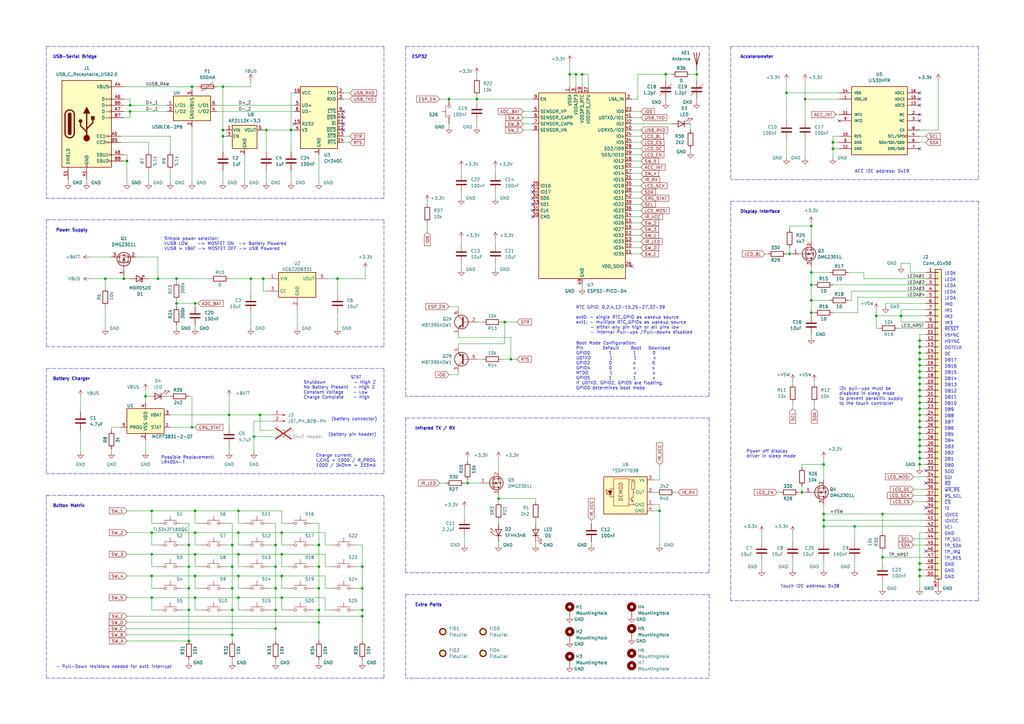
<source format=kicad_sch>
(kicad_sch (version 20230121) (generator eeschema)
  (paper "A3")
  (title_block (title "OMOTE - Open Universal Remote") (date "2023-05-12") (rev "3") (company "Maximilian Kern"))
  (junction (at 53.34 43.18))
  (junction (at 113.03 232.41))
  (junction (at 341.63 60.96))
  (junction (at 207.01 132.08))
  (junction (at 97.79 245.11))
  (junction (at 377.19 180.34))
  (junction (at 53.34 45.72))
  (junction (at 332.74 111.76))
  (junction (at 361.95 210.82))
  (junction (at 337.82 213.36))
  (junction (at 113.03 241.3))
  (junction (at 130.81 223.52))
  (junction (at 377.19 149.86))
  (junction (at 377.19 154.94))
  (junction (at 130.81 250.19))
  (junction (at 77.47 250.19))
  (junction (at 377.19 190.5))
  (junction (at 273.05 30.48))
  (junction (at 72.39 114.3))
  (junction (at 377.19 233.68))
  (junction (at 80.01 245.11))
  (junction (at 377.19 152.4))
  (junction (at 236.22 30.48))
  (junction (at 377.19 147.32))
  (junction (at 148.59 252.73))
  (junction (at 115.57 218.44))
  (junction (at 328.93 201.93))
  (junction (at 97.79 227.33))
  (junction (at 80.01 218.44))
  (junction (at 209.55 147.32))
  (junction (at 361.95 228.6))
  (junction (at 77.47 262.89))
  (junction (at 91.44 55.88))
  (junction (at 377.19 139.7))
  (junction (at 377.19 167.64))
  (junction (at 95.25 241.3))
  (junction (at 97.79 236.22))
  (junction (at 113.03 250.19))
  (junction (at 130.81 232.41))
  (junction (at 148.59 250.19))
  (junction (at 50.8 114.3))
  (junction (at 102.87 114.3))
  (junction (at 115.57 245.11))
  (junction (at 285.75 30.48))
  (junction (at 78.74 35.56))
  (junction (at 359.41 129.54))
  (junction (at 377.19 182.88))
  (junction (at 377.19 187.96))
  (junction (at 323.85 104.14))
  (junction (at 91.44 53.34))
  (junction (at 377.19 185.42))
  (junction (at 377.19 236.22))
  (junction (at 332.74 116.84))
  (junction (at 377.19 144.78))
  (junction (at 52.07 66.04))
  (junction (at 337.82 210.82))
  (junction (at 322.58 38.1))
  (junction (at 138.43 114.3))
  (junction (at 80.01 236.22))
  (junction (at 119.38 53.34))
  (junction (at 80.01 227.33))
  (junction (at 191.77 198.12))
  (junction (at 337.82 190.5))
  (junction (at 377.19 162.56))
  (junction (at 337.82 215.9))
  (junction (at 377.19 157.48))
  (junction (at 130.81 241.3))
  (junction (at 148.59 232.41))
  (junction (at 109.22 53.34))
  (junction (at 377.19 175.26))
  (junction (at 106.68 170.18))
  (junction (at 78.74 175.26))
  (junction (at 332.74 123.19))
  (junction (at 377.19 170.18))
  (junction (at 72.39 124.46))
  (junction (at 77.47 241.3))
  (junction (at 93.98 170.18))
  (junction (at 77.47 232.41))
  (junction (at 341.63 58.42))
  (junction (at 332.74 92.71))
  (junction (at 330.2 40.64))
  (junction (at 377.19 231.14))
  (junction (at 64.77 114.3))
  (junction (at 95.25 250.19))
  (junction (at 95.25 232.41))
  (junction (at 95.25 260.35))
  (junction (at 104.14 179.07))
  (junction (at 377.19 160.02))
  (junction (at 62.23 218.44))
  (junction (at 195.58 40.64))
  (junction (at 204.47 204.47))
  (junction (at 350.52 215.9))
  (junction (at 130.81 255.27))
  (junction (at 270.51 209.55))
  (junction (at 369.57 129.54))
  (junction (at 43.18 114.3))
  (junction (at 77.47 223.52))
  (junction (at 59.69 162.56))
  (junction (at 377.19 142.24))
  (junction (at 62.23 209.55))
  (junction (at 107.95 114.3))
  (junction (at 115.57 227.33))
  (junction (at 80.01 209.55))
  (junction (at 97.79 218.44))
  (junction (at 377.19 172.72))
  (junction (at 91.44 35.56))
  (junction (at 113.03 257.81))
  (junction (at 113.03 223.52))
  (junction (at 377.19 177.8))
  (junction (at 148.59 241.3))
  (junction (at 62.23 236.22))
  (junction (at 62.23 227.33))
  (junction (at 115.57 236.22))
  (junction (at 377.19 165.1))
  (junction (at 184.15 40.64))
  (junction (at 233.68 30.48))
  (junction (at 332.74 128.27))
  (junction (at 95.25 223.52))
  (junction (at 80.01 124.46))
  (junction (at 62.23 245.11))
  (junction (at 238.76 30.48))
  (junction (at 97.79 209.55))
  (no_connect (at 377.19 38.1))
  (no_connect (at 218.44 83.82))
  (no_connect (at 140.97 53.34))
  (no_connect (at 344.17 49.53))
  (no_connect (at 259.08 109.22))
  (no_connect (at 377.19 60.96))
  (no_connect (at 140.97 48.26))
  (no_connect (at 379.73 198.12))
  (no_connect (at 140.97 50.8))
  (no_connect (at 218.44 88.9))
  (no_connect (at 379.73 208.28))
  (no_connect (at 218.44 76.2))
  (no_connect (at 218.44 78.74))
  (no_connect (at 218.44 86.36))
  (no_connect (at 377.19 49.53))
  (no_connect (at 377.19 43.18))
  (no_connect (at 377.19 40.64))
  (no_connect (at 379.73 193.04))
  (no_connect (at 120.65 50.8))
  (no_connect (at 377.19 46.99))
  (no_connect (at 379.73 226.06))
  (no_connect (at 218.44 81.28))
  (no_connect (at 140.97 45.72))
  (wire (pts (xy 43.18 114.3) (xy 50.8 114.3)))
  (wire (pts (xy 270.51 207.01) (xy 267.97 207.01)))
  (wire (pts (xy 62.23 209.55) (xy 62.23 214.63)))
  (wire (pts (xy 337.82 215.9) (xy 337.82 222.25)))
  (wire (pts (xy 379.73 236.22) (xy 377.19 236.22)))
  (wire (pts (xy 146.05 241.3) (xy 148.59 241.3)))
  (polyline (pts (xy 166.37 171.45) (xy 290.83 171.45)) (stroke (width 0) (type dash)))
  (wire (pts (xy 91.44 55.88) (xy 92.71 55.88)))
  (wire (pts (xy 328.93 190.5) (xy 337.82 190.5)))
  (wire (pts (xy 259.08 53.34) (xy 262.89 53.34)))
  (wire (pts (xy 143.51 38.1) (xy 140.97 38.1)))
  (wire (pts (xy 377.19 172.72) (xy 379.73 172.72)))
  (wire (pts (xy 377.19 154.94) (xy 377.19 157.48)))
  (wire (pts (xy 62.23 232.41) (xy 64.77 232.41)))
  (wire (pts (xy 133.35 250.19) (xy 135.89 250.19)))
  (wire (pts (xy 241.3 35.56) (xy 241.3 30.48)))
  (wire (pts (xy 45.72 175.26) (xy 49.53 175.26)))
  (wire (pts (xy 187.96 138.43) (xy 209.55 138.43)))
  (wire (pts (xy 328.93 190.5) (xy 328.93 191.77)))
  (polyline (pts (xy 19.05 151.13) (xy 19.05 194.31)) (stroke (width 0) (type dash)))
  (wire (pts (xy 148.59 241.3) (xy 148.59 250.19)))
  (wire (pts (xy 146.05 223.52) (xy 148.59 223.52)))
  (wire (pts (xy 259.08 40.64) (xy 261.62 40.64)))
  (wire (pts (xy 373.38 107.95) (xy 373.38 111.76)))
  (wire (pts (xy 323.85 92.71) (xy 323.85 93.98)))
  (wire (pts (xy 323.85 92.71) (xy 332.74 92.71)))
  (polyline (pts (xy 166.37 243.84) (xy 166.37 278.13)) (stroke (width 0) (type dash)))
  (wire (pts (xy 133.35 227.33) (xy 133.35 232.41)))
  (wire (pts (xy 322.58 38.1) (xy 322.58 49.53)))
  (wire (pts (xy 259.08 88.9) (xy 262.89 88.9)))
  (wire (pts (xy 64.77 105.41) (xy 64.77 114.3)))
  (wire (pts (xy 350.52 215.9) (xy 379.73 215.9)))
  (wire (pts (xy 95.25 241.3) (xy 95.25 250.19)))
  (polyline (pts (xy 290.83 243.84) (xy 290.83 278.13)) (stroke (width 0) (type dash)))
  (wire (pts (xy 180.34 198.12) (xy 182.88 198.12)))
  (wire (pts (xy 138.43 114.3) (xy 149.86 114.3)))
  (wire (pts (xy 342.9 46.99) (xy 344.17 46.99)))
  (wire (pts (xy 330.2 40.64) (xy 330.2 49.53)))
  (wire (pts (xy 341.63 55.88) (xy 341.63 58.42)))
  (wire (pts (xy 341.63 116.84) (xy 379.73 116.84)))
  (wire (pts (xy 270.51 190.5) (xy 270.51 196.85)))
  (wire (pts (xy 363.22 124.46) (xy 363.22 125.73)))
  (wire (pts (xy 377.19 231.14) (xy 377.19 233.68)))
  (wire (pts (xy 93.98 182.88) (xy 93.98 185.42)))
  (wire (pts (xy 195.58 30.48) (xy 195.58 31.75)))
  (wire (pts (xy 190.5 198.12) (xy 191.77 198.12)))
  (wire (pts (xy 43.18 114.3) (xy 36.83 114.3)))
  (wire (pts (xy 377.19 152.4) (xy 377.19 154.94)))
  (wire (pts (xy 384.81 53.34) (xy 384.81 33.02)))
  (wire (pts (xy 80.01 218.44) (xy 97.79 218.44)))
  (wire (pts (xy 195.58 39.37) (xy 195.58 40.64)))
  (wire (pts (xy 325.12 157.48) (xy 325.12 156.21)))
  (wire (pts (xy 203.2 100.33) (xy 203.2 97.79)))
  (wire (pts (xy 59.69 162.56) (xy 59.69 165.1)))
  (wire (pts (xy 238.76 118.11) (xy 238.76 116.84)))
  (wire (pts (xy 60.96 114.3) (xy 64.77 114.3)))
  (wire (pts (xy 259.08 58.42) (xy 262.89 58.42)))
  (wire (pts (xy 377.19 149.86) (xy 379.73 149.86)))
  (wire (pts (xy 270.51 209.55) (xy 270.51 207.01)))
  (wire (pts (xy 337.82 207.01) (xy 337.82 210.82)))
  (wire (pts (xy 27.94 73.66) (xy 27.94 74.93)))
  (wire (pts (xy 377.19 139.7) (xy 379.73 139.7)))
  (wire (pts (xy 379.73 121.92) (xy 351.79 121.92)))
  (wire (pts (xy 259.08 55.88) (xy 262.89 55.88)))
  (wire (pts (xy 332.74 128.27) (xy 332.74 129.54)))
  (wire (pts (xy 219.71 222.25) (xy 219.71 223.52)))
  (wire (pts (xy 275.59 50.8) (xy 259.08 50.8)))
  (wire (pts (xy 62.23 214.63) (xy 64.77 214.63)))
  (wire (pts (xy 332.74 128.27) (xy 334.01 128.27)))
  (wire (pts (xy 322.58 38.1) (xy 344.17 38.1)))
  (wire (pts (xy 50.8 114.3) (xy 53.34 114.3)))
  (wire (pts (xy 259.08 96.52) (xy 262.89 96.52)))
  (wire (pts (xy 312.42 218.44) (xy 312.42 222.25)))
  (polyline (pts (xy 299.72 19.05) (xy 401.32 19.05)) (stroke (width 0) (type dash)))
  (wire (pts (xy 69.85 55.88) (xy 69.85 62.23)))
  (wire (pts (xy 80.01 124.46) (xy 81.28 124.46)))
  (wire (pts (xy 209.55 147.32) (xy 212.09 147.32)))
  (wire (pts (xy 241.3 30.48) (xy 238.76 30.48)))
  (wire (pts (xy 49.53 58.42) (xy 60.96 58.42)))
  (wire (pts (xy 189.23 78.74) (xy 189.23 81.28)))
  (wire (pts (xy 68.58 162.56) (xy 69.85 162.56)))
  (wire (pts (xy 53.34 43.18) (xy 68.58 43.18)))
  (wire (pts (xy 128.27 241.3) (xy 130.81 241.3)))
  (wire (pts (xy 377.19 236.22) (xy 377.19 241.3)))
  (wire (pts (xy 330.2 57.15) (xy 330.2 64.77)))
  (wire (pts (xy 195.58 147.32) (xy 198.12 147.32)))
  (wire (pts (xy 133.35 232.41) (xy 135.89 232.41)))
  (polyline (pts (xy 290.83 162.56) (xy 166.37 162.56)) (stroke (width 0) (type dash)))
  (wire (pts (xy 184.15 153.67) (xy 187.96 153.67)))
  (wire (pts (xy 49.53 55.88) (xy 69.85 55.88)))
  (wire (pts (xy 377.19 180.34) (xy 379.73 180.34)))
  (wire (pts (xy 74.93 214.63) (xy 77.47 214.63)))
  (wire (pts (xy 60.96 162.56) (xy 59.69 162.56)))
  (wire (pts (xy 104.14 179.07) (xy 104.14 172.72)))
  (wire (pts (xy 180.34 40.64) (xy 184.15 40.64)))
  (wire (pts (xy 334.01 167.64) (xy 334.01 165.1)))
  (wire (pts (xy 344.17 40.64) (xy 330.2 40.64)))
  (wire (pts (xy 69.85 175.26) (xy 78.74 175.26)))
  (wire (pts (xy 50.8 35.56) (xy 78.74 35.56)))
  (wire (pts (xy 97.79 218.44) (xy 97.79 223.52)))
  (wire (pts (xy 50.8 113.03) (xy 50.8 114.3)))
  (wire (pts (xy 130.81 250.19) (xy 130.81 255.27)))
  (wire (pts (xy 379.73 223.52) (xy 374.65 223.52)))
  (wire (pts (xy 347.98 123.19) (xy 349.25 123.19)))
  (wire (pts (xy 60.96 58.42) (xy 60.96 62.23)))
  (wire (pts (xy 77.47 232.41) (xy 77.47 241.3)))
  (polyline (pts (xy 166.37 19.05) (xy 166.37 162.56)) (stroke (width 0) (type dash)))
  (wire (pts (xy 373.38 111.76) (xy 379.73 111.76)))
  (wire (pts (xy 97.79 227.33) (xy 97.79 232.41)))
  (wire (pts (xy 233.68 30.48) (xy 233.68 35.56)))
  (polyline (pts (xy 290.83 278.13) (xy 166.37 278.13)) (stroke (width 0) (type dash)))
  (wire (pts (xy 78.74 162.56) (xy 78.74 175.26)))
  (wire (pts (xy 52.07 63.5) (xy 52.07 66.04)))
  (wire (pts (xy 283.21 50.8) (xy 283.21 53.34)))
  (wire (pts (xy 72.39 114.3) (xy 86.36 114.3)))
  (wire (pts (xy 337.82 213.36) (xy 337.82 210.82)))
  (wire (pts (xy 377.19 162.56) (xy 377.19 165.1)))
  (wire (pts (xy 328.93 199.39) (xy 328.93 201.93)))
  (wire (pts (xy 104.14 185.42) (xy 104.14 179.07)))
  (wire (pts (xy 88.9 43.18) (xy 120.65 43.18)))
  (wire (pts (xy 218.44 45.72) (xy 214.63 45.72)))
  (polyline (pts (xy 166.37 19.05) (xy 290.83 19.05)) (stroke (width 0) (type dash)))
  (polyline (pts (xy 299.72 82.55) (xy 299.72 246.38)) (stroke (width 0) (type dash)))
  (wire (pts (xy 337.82 190.5) (xy 337.82 196.85)))
  (wire (pts (xy 43.18 114.3) (xy 43.18 118.11)))
  (wire (pts (xy 187.96 140.97) (xy 207.01 140.97)))
  (wire (pts (xy 143.51 55.88) (xy 140.97 55.88)))
  (wire (pts (xy 36.83 105.41) (xy 45.72 105.41)))
  (wire (pts (xy 78.74 35.56) (xy 81.28 35.56)))
  (wire (pts (xy 102.87 114.3) (xy 107.95 114.3)))
  (wire (pts (xy 53.34 45.72) (xy 68.58 45.72)))
  (polyline (pts (xy 19.05 90.17) (xy 157.48 90.17)) (stroke (width 0) (type dash)))
  (wire (pts (xy 130.81 223.52) (xy 130.81 232.41)))
  (wire (pts (xy 62.23 245.11) (xy 80.01 245.11)))
  (wire (pts (xy 259.08 83.82) (xy 262.89 83.82)))
  (wire (pts (xy 332.74 109.22) (xy 332.74 111.76)))
  (wire (pts (xy 113.03 232.41) (xy 113.03 241.3)))
  (wire (pts (xy 377.19 165.1) (xy 377.19 167.64)))
  (wire (pts (xy 273.05 41.91) (xy 273.05 40.64)))
  (wire (pts (xy 285.75 29.21) (xy 285.75 30.48)))
  (wire (pts (xy 267.97 209.55) (xy 270.51 209.55)))
  (wire (pts (xy 102.87 114.3) (xy 102.87 120.65)))
  (wire (pts (xy 322.58 33.02) (xy 322.58 38.1)))
  (wire (pts (xy 195.58 40.64) (xy 195.58 41.91)))
  (wire (pts (xy 80.01 133.35) (xy 80.01 134.62)))
  (polyline (pts (xy 19.05 151.13) (xy 157.48 151.13)) (stroke (width 0) (type dash)))
  (wire (pts (xy 80.01 227.33) (xy 80.01 232.41)))
  (wire (pts (xy 236.22 35.56) (xy 236.22 30.48)))
  (wire (pts (xy 377.19 191.77) (xy 377.19 190.5)))
  (wire (pts (xy 109.22 53.34) (xy 109.22 62.23)))
  (wire (pts (xy 50.8 40.64) (xy 53.34 40.64)))
  (wire (pts (xy 377.19 147.32) (xy 379.73 147.32)))
  (wire (pts (xy 325.12 104.14) (xy 323.85 104.14)))
  (wire (pts (xy 113.03 241.3) (xy 113.03 250.19)))
  (wire (pts (xy 259.08 86.36) (xy 262.89 86.36)))
  (wire (pts (xy 52.07 257.81) (xy 113.03 257.81)))
  (wire (pts (xy 128.27 223.52) (xy 130.81 223.52)))
  (wire (pts (xy 203.2 78.74) (xy 203.2 81.28)))
  (wire (pts (xy 209.55 147.32) (xy 205.74 147.32)))
  (wire (pts (xy 285.75 30.48) (xy 283.21 30.48)))
  (wire (pts (xy 74.93 241.3) (xy 77.47 241.3)))
  (wire (pts (xy 270.51 209.55) (xy 270.51 223.52)))
  (wire (pts (xy 377.19 162.56) (xy 379.73 162.56)))
  (wire (pts (xy 80.01 232.41) (xy 82.55 232.41)))
  (wire (pts (xy 377.19 147.32) (xy 377.19 149.86)))
  (wire (pts (xy 379.73 127) (xy 369.57 127)))
  (wire (pts (xy 109.22 53.34) (xy 119.38 53.34)))
  (wire (pts (xy 377.19 218.44) (xy 377.19 231.14)))
  (wire (pts (xy 377.19 182.88) (xy 377.19 185.42)))
  (wire (pts (xy 377.19 144.78) (xy 377.19 147.32)))
  (wire (pts (xy 344.17 55.88) (xy 341.63 55.88)))
  (wire (pts (xy 377.19 185.42) (xy 379.73 185.42)))
  (wire (pts (xy 259.08 101.6) (xy 262.89 101.6)))
  (wire (pts (xy 106.68 170.18) (xy 106.68 176.53)))
  (wire (pts (xy 69.85 69.85) (xy 69.85 74.93)))
  (wire (pts (xy 267.97 201.93) (xy 269.24 201.93)))
  (wire (pts (xy 102.87 35.56) (xy 91.44 35.56)))
  (wire (pts (xy 119.38 38.1) (xy 120.65 38.1)))
  (polyline (pts (xy 290.83 234.95) (xy 166.37 234.95)) (stroke (width 0) (type dash)))
  (wire (pts (xy 318.77 201.93) (xy 320.04 201.93)))
  (wire (pts (xy 285.75 41.91) (xy 285.75 40.64)))
  (wire (pts (xy 52.07 262.89) (xy 77.47 262.89)))
  (wire (pts (xy 92.71 241.3) (xy 95.25 241.3)))
  (wire (pts (xy 377.19 170.18) (xy 377.19 172.72)))
  (polyline (pts (xy 157.48 142.24) (xy 19.05 142.24)) (stroke (width 0) (type dash)))
  (wire (pts (xy 218.44 48.26) (xy 214.63 48.26)))
  (wire (pts (xy 195.58 52.07) (xy 195.58 49.53)))
  (polyline (pts (xy 19.05 203.2) (xy 19.05 278.13)) (stroke (width 0) (type dash)))
  (wire (pts (xy 322.58 57.15) (xy 322.58 64.77)))
  (wire (pts (xy 261.62 40.64) (xy 261.62 30.48)))
  (wire (pts (xy 175.26 83.82) (xy 175.26 82.55)))
  (wire (pts (xy 379.73 129.54) (xy 369.57 129.54)))
  (wire (pts (xy 273.05 33.02) (xy 273.05 30.48)))
  (wire (pts (xy 55.88 105.41) (xy 64.77 105.41)))
  (wire (pts (xy 52.07 209.55) (xy 62.23 209.55)))
  (wire (pts (xy 35.56 73.66) (xy 35.56 74.93)))
  (wire (pts (xy 92.71 250.19) (xy 95.25 250.19)))
  (wire (pts (xy 107.95 114.3) (xy 109.22 114.3)))
  (wire (pts (xy 95.25 271.78) (xy 95.25 270.51)))
  (wire (pts (xy 233.68 25.4) (xy 233.68 30.48)))
  (wire (pts (xy 259.08 104.14) (xy 262.89 104.14)))
  (wire (pts (xy 377.19 142.24) (xy 379.73 142.24)))
  (wire (pts (xy 377.19 177.8) (xy 379.73 177.8)))
  (wire (pts (xy 72.39 133.35) (xy 72.39 134.62)))
  (wire (pts (xy 62.23 209.55) (xy 80.01 209.55)))
  (wire (pts (xy 80.01 209.55) (xy 97.79 209.55)))
  (wire (pts (xy 236.22 30.48) (xy 233.68 30.48)))
  (wire (pts (xy 113.03 257.81) (xy 113.03 262.89)))
  (wire (pts (xy 204.47 204.47) (xy 204.47 205.74)))
  (wire (pts (xy 191.77 196.85) (xy 191.77 198.12)))
  (wire (pts (xy 102.87 128.27) (xy 102.87 134.62)))
  (wire (pts (xy 377.19 152.4) (xy 379.73 152.4)))
  (wire (pts (xy 175.26 95.25) (xy 175.26 91.44)))
  (wire (pts (xy 97.79 223.52) (xy 100.33 223.52)))
  (wire (pts (xy 119.38 38.1) (xy 119.38 53.34)))
  (wire (pts (xy 80.01 245.11) (xy 97.79 245.11)))
  (wire (pts (xy 97.79 214.63) (xy 100.33 214.63)))
  (wire (pts (xy 369.57 129.54) (xy 359.41 129.54)))
  (wire (pts (xy 109.22 119.38) (xy 107.95 119.38)))
  (wire (pts (xy 377.19 175.26) (xy 377.19 177.8)))
  (wire (pts (xy 377.19 170.18) (xy 379.73 170.18)))
  (wire (pts (xy 143.51 58.42) (xy 140.97 58.42)))
  (wire (pts (xy 115.57 214.63) (xy 118.11 214.63)))
  (wire (pts (xy 109.22 69.85) (xy 109.22 74.93)))
  (wire (pts (xy 50.8 63.5) (xy 52.07 63.5)))
  (wire (pts (xy 115.57 227.33) (xy 133.35 227.33)))
  (wire (pts (xy 138.43 114.3) (xy 138.43 120.65)))
  (wire (pts (xy 33.02 162.56) (xy 33.02 168.91)))
  (wire (pts (xy 377.19 160.02) (xy 377.19 162.56)))
  (wire (pts (xy 374.65 205.74) (xy 379.73 205.74)))
  (wire (pts (xy 267.97 196.85) (xy 270.51 196.85)))
  (wire (pts (xy 377.19 185.42) (xy 377.19 187.96)))
  (wire (pts (xy 350.52 229.87) (xy 350.52 233.68)))
  (wire (pts (xy 113.03 223.52) (xy 113.03 232.41)))
  (wire (pts (xy 377.19 137.16) (xy 379.73 137.16)))
  (wire (pts (xy 207.01 132.08) (xy 212.09 132.08)))
  (wire (pts (xy 72.39 123.19) (xy 72.39 124.46)))
  (wire (pts (xy 332.74 116.84) (xy 332.74 123.19)))
  (wire (pts (xy 62.23 227.33) (xy 62.23 232.41)))
  (wire (pts (xy 80.01 250.19) (xy 82.55 250.19)))
  (wire (pts (xy 62.23 223.52) (xy 64.77 223.52)))
  (wire (pts (xy 88.9 45.72) (xy 120.65 45.72)))
  (wire (pts (xy 340.36 111.76) (xy 332.74 111.76)))
  (wire (pts (xy 351.79 128.27) (xy 341.63 128.27)))
  (wire (pts (xy 80.01 245.11) (xy 80.01 250.19)))
  (wire (pts (xy 259.08 99.06) (xy 262.89 99.06)))
  (wire (pts (xy 97.79 236.22) (xy 97.79 241.3)))
  (wire (pts (xy 325.12 218.44) (xy 325.12 222.25)))
  (wire (pts (xy 328.93 201.93) (xy 330.2 201.93)))
  (wire (pts (xy 97.79 241.3) (xy 100.33 241.3)))
  (wire (pts (xy 93.98 170.18) (xy 106.68 170.18)))
  (polyline (pts (xy 401.32 246.38) (xy 299.72 246.38)) (stroke (width 0) (type dash)))
  (wire (pts (xy 259.08 91.44) (xy 262.89 91.44)))
  (wire (pts (xy 80.01 236.22) (xy 80.01 241.3)))
  (wire (pts (xy 238.76 35.56) (xy 238.76 30.48)))
  (wire (pts (xy 52.07 252.73) (xy 148.59 252.73)))
  (wire (pts (xy 190.5 219.71) (xy 190.5 223.52)))
  (wire (pts (xy 327.66 201.93) (xy 328.93 201.93)))
  (wire (pts (xy 363.22 124.46) (xy 379.73 124.46)))
  (wire (pts (xy 359.41 134.62) (xy 360.68 134.62)))
  (wire (pts (xy 78.74 35.56) (xy 78.74 36.83)))
  (wire (pts (xy 138.43 128.27) (xy 138.43 134.62)))
  (wire (pts (xy 62.23 218.44) (xy 80.01 218.44)))
  (wire (pts (xy 97.79 232.41) (xy 100.33 232.41)))
  (wire (pts (xy 325.12 229.87) (xy 325.12 233.68)))
  (wire (pts (xy 377.19 187.96) (xy 379.73 187.96)))
  (wire (pts (xy 191.77 187.96) (xy 191.77 189.23)))
  (wire (pts (xy 130.81 271.78) (xy 130.81 270.51)))
  (wire (pts (xy 110.49 241.3) (xy 113.03 241.3)))
  (wire (pts (xy 115.57 236.22) (xy 133.35 236.22)))
  (wire (pts (xy 379.73 233.68) (xy 377.19 233.68)))
  (wire (pts (xy 143.51 40.64) (xy 140.97 40.64)))
  (wire (pts (xy 207.01 132.08) (xy 205.74 132.08)))
  (wire (pts (xy 361.95 210.82) (xy 361.95 218.44)))
  (wire (pts (xy 120.65 53.34) (xy 119.38 53.34)))
  (wire (pts (xy 77.47 271.78) (xy 77.47 270.51)))
  (wire (pts (xy 115.57 227.33) (xy 115.57 232.41)))
  (wire (pts (xy 64.77 114.3) (xy 72.39 114.3)))
  (wire (pts (xy 148.59 250.19) (xy 148.59 252.73)))
  (wire (pts (xy 43.18 134.62) (xy 43.18 125.73)))
  (wire (pts (xy 377.19 165.1) (xy 379.73 165.1)))
  (wire (pts (xy 52.07 227.33) (xy 62.23 227.33)))
  (wire (pts (xy 72.39 114.3) (xy 72.39 115.57)))
  (wire (pts (xy 59.69 160.02) (xy 59.69 162.56)))
  (wire (pts (xy 191.77 198.12) (xy 196.85 198.12)))
  (wire (pts (xy 110.49 214.63) (xy 113.03 214.63)))
  (polyline (pts (xy 157.48 19.05) (xy 157.48 81.28)) (stroke (width 0) (type dash)))
  (wire (pts (xy 242.57 223.52) (xy 242.57 222.25)))
  (wire (pts (xy 74.93 232.41) (xy 77.47 232.41)))
  (wire (pts (xy 115.57 245.11) (xy 115.57 250.19)))
  (wire (pts (xy 373.38 107.95) (xy 369.57 107.95)))
  (wire (pts (xy 377.19 149.86) (xy 377.19 152.4)))
  (wire (pts (xy 242.57 213.36) (xy 242.57 214.63)))
  (wire (pts (xy 133.35 245.11) (xy 133.35 250.19)))
  (wire (pts (xy 377.19 190.5) (xy 379.73 190.5)))
  (wire (pts (xy 77.47 214.63) (xy 77.47 223.52)))
  (wire (pts (xy 92.71 214.63) (xy 95.25 214.63)))
  (wire (pts (xy 379.73 132.08) (xy 369.57 132.08)))
  (polyline (pts (xy 157.48 151.13) (xy 157.48 194.31)) (stroke (width 0) (type dash)))
  (wire (pts (xy 204.47 204.47) (xy 219.71 204.47)))
  (wire (pts (xy 377.19 177.8) (xy 377.19 180.34)))
  (wire (pts (xy 80.01 209.55) (xy 80.01 214.63)))
  (wire (pts (xy 97.79 227.33) (xy 115.57 227.33)))
  (wire (pts (xy 78.74 175.26) (xy 80.01 175.26)))
  (wire (pts (xy 374.65 220.98) (xy 379.73 220.98)))
  (wire (pts (xy 369.57 132.08) (xy 369.57 129.54)))
  (wire (pts (xy 368.3 134.62) (xy 379.73 134.62)))
  (wire (pts (xy 359.41 127) (xy 359.41 129.54)))
  (polyline (pts (xy 299.72 19.05) (xy 299.72 73.66)) (stroke (width 0) (type dash)))
  (wire (pts (xy 204.47 187.96) (xy 204.47 193.04)))
  (wire (pts (xy 377.19 160.02) (xy 379.73 160.02)))
  (wire (pts (xy 62.23 218.44) (xy 62.23 223.52)))
  (wire (pts (xy 77.47 223.52) (xy 77.47 232.41)))
  (polyline (pts (xy 401.32 82.55) (xy 401.32 246.38)) (stroke (width 0) (type dash)))
  (polyline (pts (xy 401.32 19.05) (xy 401.32 73.66)) (stroke (width 0) (type dash)))
  (wire (pts (xy 377.19 142.24) (xy 377.19 144.78)))
  (wire (pts (xy 59.69 180.34) (xy 59.69 185.42)))
  (wire (pts (xy 113.03 271.78) (xy 113.03 270.51)))
  (wire (pts (xy 50.8 66.04) (xy 52.07 66.04)))
  (wire (pts (xy 50.8 43.18) (xy 53.34 43.18)))
  (wire (pts (xy 330.2 33.02) (xy 330.2 40.64)))
  (wire (pts (xy 148.59 232.41) (xy 148.59 241.3)))
  (wire (pts (xy 97.79 250.19) (xy 100.33 250.19)))
  (wire (pts (xy 128.27 232.41) (xy 130.81 232.41)))
  (wire (pts (xy 115.57 241.3) (xy 118.11 241.3)))
  (wire (pts (xy 80.01 241.3) (xy 82.55 241.3)))
  (wire (pts (xy 377.19 167.64) (xy 377.19 170.18)))
  (wire (pts (xy 259.08 68.58) (xy 262.89 68.58)))
  (wire (pts (xy 332.74 91.44) (xy 332.74 92.71)))
  (wire (pts (xy 52.07 218.44) (xy 62.23 218.44)))
  (wire (pts (xy 62.23 236.22) (xy 62.23 241.3)))
  (wire (pts (xy 72.39 124.46) (xy 72.39 125.73)))
  (wire (pts (xy 52.07 66.04) (xy 52.07 74.93)))
  (wire (pts (xy 107.95 114.3) (xy 107.95 119.38)))
  (wire (pts (xy 115.57 232.41) (xy 118.11 232.41)))
  (wire (pts (xy 52.07 236.22) (xy 62.23 236.22)))
  (wire (pts (xy 377.19 175.26) (xy 379.73 175.26)))
  (wire (pts (xy 184.15 52.07) (xy 184.15 50.8)))
  (polyline (pts (xy 157.48 81.28) (xy 19.05 81.28)) (stroke (width 0) (type dash)))
  (wire (pts (xy 209.55 138.43) (xy 209.55 147.32)))
  (wire (pts (xy 62.23 250.19) (xy 64.77 250.19)))
  (wire (pts (xy 189.23 107.95) (xy 189.23 110.49)))
  (wire (pts (xy 111.76 176.53) (xy 106.68 176.53)))
  (wire (pts (xy 115.57 236.22) (xy 115.57 241.3)))
  (wire (pts (xy 133.35 218.44) (xy 133.35 223.52)))
  (wire (pts (xy 133.35 241.3) (xy 135.89 241.3)))
  (wire (pts (xy 60.96 69.85) (xy 60.96 74.93)))
  (wire (pts (xy 204.47 203.2) (xy 204.47 204.47)))
  (wire (pts (xy 133.35 236.22) (xy 133.35 241.3)))
  (wire (pts (xy 148.59 223.52) (xy 148.59 232.41)))
  (wire (pts (xy 377.19 58.42) (xy 379.73 58.42)))
  (wire (pts (xy 106.68 170.18) (xy 111.76 170.18)))
  (wire (pts (xy 261.62 30.48) (xy 273.05 30.48)))
  (wire (pts (xy 219.71 213.36) (xy 219.71 214.63)))
  (wire (pts (xy 45.72 176.53) (xy 45.72 175.26)))
  (wire (pts (xy 379.73 218.44) (xy 377.19 218.44)))
  (wire (pts (xy 259.08 63.5) (xy 262.89 63.5)))
  (wire (pts (xy 334.01 116.84) (xy 332.74 116.84)))
  (wire (pts (xy 119.38 69.85) (xy 119.38 74.93)))
  (wire (pts (xy 337.82 215.9) (xy 350.52 215.9)))
  (wire (pts (xy 80.01 236.22) (xy 97.79 236.22)))
  (polyline (pts (xy 290.83 19.05) (xy 290.83 162.56)) (stroke (width 0) (type dash)))
  (wire (pts (xy 354.33 114.3) (xy 354.33 111.76)))
  (wire (pts (xy 33.02 176.53) (xy 33.02 185.42)))
  (wire (pts (xy 337.82 215.9) (xy 337.82 213.36)))
  (wire (pts (xy 189.23 71.12) (xy 189.23 68.58)))
  (wire (pts (xy 95.25 214.63) (xy 95.25 223.52)))
  (wire (pts (xy 74.93 250.19) (xy 77.47 250.19)))
  (wire (pts (xy 323.85 101.6) (xy 323.85 104.14)))
  (wire (pts (xy 80.01 214.63) (xy 82.55 214.63)))
  (wire (pts (xy 379.73 231.14) (xy 377.19 231.14)))
  (wire (pts (xy 130.81 63.5) (xy 130.81 74.93)))
  (wire (pts (xy 80.01 218.44) (xy 80.01 223.52)))
  (wire (pts (xy 148.59 271.78) (xy 148.59 270.51)))
  (wire (pts (xy 148.59 252.73) (xy 148.59 262.89)))
  (wire (pts (xy 203.2 71.12) (xy 203.2 68.58)))
  (wire (pts (xy 312.42 229.87) (xy 312.42 233.68)))
  (wire (pts (xy 273.05 30.48) (xy 275.59 30.48)))
  (wire (pts (xy 337.82 190.5) (xy 337.82 187.96)))
  (wire (pts (xy 259.08 76.2) (xy 262.89 76.2)))
  (wire (pts (xy 354.33 111.76) (xy 347.98 111.76)))
  (wire (pts (xy 184.15 125.73) (xy 187.96 125.73)))
  (polyline (pts (xy 19.05 203.2) (xy 157.48 203.2)) (stroke (width 0) (type dash)))
  (wire (pts (xy 361.95 228.6) (xy 361.95 226.06)))
  (polyline (pts (xy 19.05 19.05) (xy 19.05 81.28)) (stroke (width 0) (type dash)))
  (wire (pts (xy 97.79 209.55) (xy 97.79 214.63)))
  (wire (pts (xy 369.57 129.54) (xy 369.57 127)))
  (wire (pts (xy 97.79 245.11) (xy 115.57 245.11)))
  (wire (pts (xy 262.89 73.66) (xy 259.08 73.66)))
  (wire (pts (xy 91.44 35.56) (xy 91.44 53.34)))
  (wire (pts (xy 128.27 214.63) (xy 130.81 214.63)))
  (wire (pts (xy 204.47 213.36) (xy 204.47 214.63)))
  (wire (pts (xy 337.82 210.82) (xy 361.95 210.82)))
  (wire (pts (xy 91.44 53.34) (xy 92.71 53.34)))
  (wire (pts (xy 359.41 129.54) (xy 359.41 134.62)))
  (wire (pts (xy 259.08 71.12) (xy 262.89 71.12)))
  (wire (pts (xy 361.95 228.6) (xy 379.73 228.6)))
  (polyline (pts (xy 157.48 203.2) (xy 157.48 278.13)) (stroke (width 0) (type dash)))
  (wire (pts (xy 91.44 35.56) (xy 88.9 35.56)))
  (wire (pts (xy 190.5 208.28) (xy 190.5 212.09)))
  (wire (pts (xy 113.03 250.19) (xy 113.03 257.81)))
  (wire (pts (xy 341.63 60.96) (xy 341.63 64.77)))
  (wire (pts (xy 97.79 236.22) (xy 115.57 236.22)))
  (wire (pts (xy 377.19 187.96) (xy 377.19 190.5)))
  (polyline (pts (xy 299.72 82.55) (xy 401.32 82.55)) (stroke (width 0) (type dash)))
  (wire (pts (xy 332.74 92.71) (xy 332.74 99.06)))
  (wire (pts (xy 184.15 40.64) (xy 195.58 40.64)))
  (wire (pts (xy 93.98 170.18) (xy 93.98 162.56)))
  (wire (pts (xy 62.23 236.22) (xy 80.01 236.22)))
  (wire (pts (xy 134.62 114.3) (xy 138.43 114.3)))
  (wire (pts (xy 259.08 45.72) (xy 262.89 45.72)))
  (wire (pts (xy 379.73 55.88) (xy 377.19 55.88)))
  (wire (pts (xy 377.19 180.34) (xy 377.19 182.88)))
  (wire (pts (xy 52.07 245.11) (xy 62.23 245.11)))
  (polyline (pts (xy 166.37 171.45) (xy 166.37 234.95)) (stroke (width 0) (type dash)))
  (wire (pts (xy 115.57 245.11) (xy 133.35 245.11)))
  (wire (pts (xy 52.07 255.27) (xy 130.81 255.27)))
  (wire (pts (xy 50.8 45.72) (xy 53.34 45.72)))
  (wire (pts (xy 80.01 125.73) (xy 80.01 124.46)))
  (wire (pts (xy 115.57 218.44) (xy 133.35 218.44)))
  (wire (pts (xy 377.19 144.78) (xy 379.73 144.78)))
  (wire (pts (xy 332.74 137.16) (xy 332.74 138.43)))
  (wire (pts (xy 377.19 157.48) (xy 377.19 160.02)))
  (wire (pts (xy 377.19 154.94) (xy 379.73 154.94)))
  (wire (pts (xy 146.05 232.41) (xy 148.59 232.41)))
  (polyline (pts (xy 157.48 90.17) (xy 157.48 142.24)) (stroke (width 0) (type dash)))
  (wire (pts (xy 218.44 50.8) (xy 214.63 50.8)))
  (wire (pts (xy 97.79 209.55) (xy 115.57 209.55)))
  (polyline (pts (xy 290.83 171.45) (xy 290.83 234.95)) (stroke (width 0) (type dash)))
  (wire (pts (xy 95.25 223.52) (xy 95.25 232.41)))
  (wire (pts (xy 128.27 250.19) (xy 130.81 250.19)))
  (wire (pts (xy 361.95 228.6) (xy 361.95 231.14)))
  (wire (pts (xy 379.73 114.3) (xy 354.33 114.3)))
  (wire (pts (xy 332.74 111.76) (xy 332.74 116.84)))
  (wire (pts (xy 149.86 110.49) (xy 149.86 114.3)))
  (wire (pts (xy 97.79 218.44) (xy 115.57 218.44)))
  (wire (pts (xy 91.44 74.93) (xy 91.44 69.85)))
  (polyline (pts (xy 401.32 73.66) (xy 299.72 73.66)) (stroke (width 0) (type dash)))
  (wire (pts (xy 341.63 58.42) (xy 344.17 58.42)))
  (wire (pts (xy 113.03 214.63) (xy 113.03 223.52)))
  (wire (pts (xy 115.57 209.55) (xy 115.57 214.63)))
  (wire (pts (xy 262.89 81.28) (xy 259.08 81.28)))
  (wire (pts (xy 104.14 172.72) (xy 111.76 172.72)))
  (wire (pts (xy 97.79 245.11) (xy 97.79 250.19)))
  (wire (pts (xy 377.19 53.34) (xy 384.81 53.34)))
  (polyline (pts (xy 166.37 243.84) (xy 290.83 243.84)) (stroke (width 0) (type dash)))
  (wire (pts (xy 332.74 123.19) (xy 340.36 123.19)))
  (wire (pts (xy 203.2 107.95) (xy 203.2 110.49)))
  (wire (pts (xy 95.25 260.35) (xy 95.25 262.89)))
  (wire (pts (xy 377.19 137.16) (xy 377.19 139.7)))
  (wire (pts (xy 334.01 157.48) (xy 334.01 156.21)))
  (wire (pts (xy 337.82 229.87) (xy 337.82 233.68)))
  (wire (pts (xy 259.08 78.74) (xy 262.89 78.74)))
  (wire (pts (xy 72.39 124.46) (xy 80.01 124.46)))
  (wire (pts (xy 130.81 241.3) (xy 130.81 250.19)))
  (wire (pts (xy 259.08 60.96) (xy 262.89 60.96)))
  (wire (pts (xy 62.23 227.33) (xy 80.01 227.33)))
  (wire (pts (xy 80.01 227.33) (xy 97.79 227.33)))
  (wire (pts (xy 204.47 222.25) (xy 204.47 223.52)))
  (wire (pts (xy 69.85 170.18) (xy 93.98 170.18)))
  (wire (pts (xy 77.47 250.19) (xy 77.47 262.89)))
  (wire (pts (xy 95.25 232.41) (xy 95.25 241.3)))
  (wire (pts (xy 119.38 53.34) (xy 119.38 62.23)))
  (wire (pts (xy 285.75 33.02) (xy 285.75 30.48)))
  (polyline (pts (xy 157.48 278.13) (xy 19.05 278.13)) (stroke (width 0) (type dash)))
  (wire (pts (xy 130.81 255.27) (xy 130.81 262.89)))
  (wire (pts (xy 53.34 43.18) (xy 53.34 40.64)))
  (wire (pts (xy 350.52 222.25) (xy 350.52 215.9)))
  (polyline (pts (xy 19.05 90.17) (xy 19.05 142.24)) (stroke (width 0) (type dash)))
  (wire (pts (xy 377.19 157.48) (xy 379.73 157.48)))
  (wire (pts (xy 374.65 203.2) (xy 379.73 203.2)))
  (wire (pts (xy 369.57 107.95) (xy 369.57 109.22)))
  (wire (pts (xy 78.74 52.07) (xy 78.74 74.93)))
  (wire (pts (xy 332.74 123.19) (xy 332.74 128.27)))
  (wire (pts (xy 110.49 232.41) (xy 113.03 232.41)))
  (wire (pts (xy 218.44 53.34) (xy 214.63 53.34)))
  (wire (pts (xy 93.98 114.3) (xy 102.87 114.3)))
  (wire (pts (xy 374.65 200.66) (xy 379.73 200.66)))
  (wire (pts (xy 91.44 55.88) (xy 91.44 62.23)))
  (wire (pts (xy 344.17 60.96) (xy 341.63 60.96)))
  (wire (pts (xy 52.07 260.35) (xy 95.25 260.35)))
  (wire (pts (xy 115.57 223.52) (xy 118.11 223.52)))
  (wire (pts (xy 93.98 170.18) (xy 93.98 175.26)))
  (wire (pts (xy 107.95 53.34) (xy 109.22 53.34)))
  (wire (pts (xy 187.96 153.67) (xy 187.96 152.4)))
  (wire (pts (xy 115.57 250.19) (xy 118.11 250.19)))
  (wire (pts (xy 77.47 241.3) (xy 77.47 250.19)))
  (wire (pts (xy 325.12 165.1) (xy 325.12 167.64)))
  (wire (pts (xy 219.71 205.74) (xy 219.71 204.47)))
  (wire (pts (xy 283.21 62.23) (xy 283.21 60.96)))
  (wire (pts (xy 259.08 66.04) (xy 262.89 66.04)))
  (wire (pts (xy 238.76 30.48) (xy 236.22 30.48)))
  (wire (pts (xy 62.23 245.11) (xy 62.23 250.19)))
  (wire (pts (xy 207.01 140.97) (xy 207.01 132.08)))
  (wire (pts (xy 195.58 132.08) (xy 198.12 132.08)))
  (wire (pts (xy 259.08 93.98) (xy 262.89 93.98)))
  (wire (pts (xy 187.96 138.43) (xy 187.96 137.16)))
  (wire (pts (xy 92.71 223.52) (xy 95.25 223.52)))
  (wire (pts (xy 349.25 119.38) (xy 379.73 119.38)))
  (wire (pts (xy 377.19 182.88) (xy 379.73 182.88)))
  (polyline (pts (xy 19.05 19.05) (xy 157.48 19.05)) (stroke (width 0) (type dash)))
  (wire (pts (xy 115.57 218.44) (xy 115.57 223.52)))
  (wire (pts (xy 45.72 185.42) (xy 45.72 184.15)))
  (wire (pts (xy 91.44 55.88) (xy 91.44 53.34)))
  (wire (pts (xy 130.81 232.41) (xy 130.81 241.3)))
  (wire (pts (xy 50.8 48.26) (xy 53.34 48.26)))
  (wire (pts (xy 92.71 232.41) (xy 95.25 232.41)))
  (wire (pts (xy 146.05 250.19) (xy 148.59 250.19)))
  (wire (pts (xy 187.96 142.24) (xy 187.96 140.97)))
  (wire (pts (xy 361.95 238.76) (xy 361.95 241.3)))
  (wire (pts (xy 341.63 60.96) (xy 341.63 58.42)))
  (wire (pts (xy 195.58 40.64) (xy 218.44 40.64)))
  (wire (pts (xy 133.35 223.52) (xy 135.89 223.52)))
  (wire (pts (xy 361.95 210.82) (xy 379.73 210.82)))
  (wire (pts (xy 377.19 172.72) (xy 377.19 175.26)))
  (wire (pts (xy 62.23 241.3) (xy 64.77 241.3)))
  (polyline (pts (xy 283.21 39.37) (xy 288.29 34.29)) (stroke (width 0) (type solid) (color 255 6 2 1)))
  (wire (pts (xy 337.82 213.36) (xy 379.73 213.36)))
  (polyline (pts (xy 270.51 39.37) (xy 275.59 34.29)) (stroke (width 0) (type solid) (color 255 6 2 1)))
  (wire (pts (xy 377.19 139.7) (xy 377.19 142.24)))
  (wire (pts (xy 377.19 233.68) (xy 377.19 236.22)))
  (wire (pts (xy 276.86 201.93) (xy 278.13 201.93)))
  (wire (pts (xy 77.47 162.56) (xy 78.74 162.56)))
  (wire (pts (xy 110.49 223.52) (xy 113.03 223.52)))
  (wire (pts (xy 74.93 223.52) (xy 77.47 223.52)))
  (wire (pts (xy 80.01 223.52) (xy 82.55 223.52)))
  (wire (pts (xy 104.14 179.07) (xy 111.76 179.07)))
  (wire (pts (xy 351.79 121.92) (xy 351.79 128.27)))
  (wire (pts (xy 374.65 195.58) (xy 379.73 195.58)))
  (wire (pts (xy 349.25 119.38) (xy 349.25 123.19)))
  (wire (pts (xy 100.33 63.5) (xy 100.33 74.93)))
  (wire (pts (xy 322.58 104.14) (xy 323.85 104.14)))
  (wire (pts (xy 53.34 48.26) (xy 53.34 45.72)))
  (polyline (pts (xy 157.48 194.31) (xy 19.05 194.31)) (stroke (width 0) (type dash)))
  (wire (pts (xy 377.19 167.64) (xy 379.73 167.64)))
  (wire (pts (xy 259.08 48.26) (xy 262.89 48.26)))
  (wire (pts (xy 130.81 214.63) (xy 130.81 223.52)))
  (wire (pts (xy 189.23 100.33) (xy 189.23 97.79)))
  (wire (pts (xy 102.87 35.56) (xy 102.87 33.02)))
  (wire (pts (xy 313.69 104.14) (xy 314.96 104.14)))
  (wire (pts (xy 95.25 250.19) (xy 95.25 260.35)))
  (wire (pts (xy 121.92 127) (xy 121.92 134.62)))
  (wire (pts (xy 110.49 250.19) (xy 113.03 250.19)))
  (wire (pts (xy 187.96 125.73) (xy 187.96 127)))
  (text "DB6" (at 387.35 176.53 0) (effects (font (size 1.27 1.27)) (justify left bottom)))
  (text "ACC I2C address: 0x19" (at 350.52 71.12 0) (effects (font (size 1.27 1.27)) (justify left bottom)))
  (text "DB11" (at 387.35 163.83 0) (effects (font (size 1.27 1.27)) (justify left bottom)))
  (text "DB14" (at 387.35 156.21 0) (effects (font (size 1.27 1.27)) (justify left bottom)))
  (text "IM2" (at 387.35 130.81 0) (effects (font (size 1.27 1.27)) (justify left bottom)))
  (text "DB10" (at 387.35 166.37 0) (effects (font (size 1.27 1.27)) (justify left bottom)))
  (text "Display Interface" (at 303.53 87.63 0) (effects (font (size 1.27 1.27) (thickness 0.254) bold) (justify left bottom)))
  (text "                    STAT\nShutdown            - High Z \nNo Battery Present  - High Z \nConstant Voltage    - Low\nCharge Complete    - High" (at 124.46 163.83 0) (effects (font (size 1.27 1.27)) (justify left bottom)))
  (text "LEDA" (at 387.35 118.11 0) (effects (font (size 1.27 1.27)) (justify left bottom)))
  (text "DB0" (at 387.35 191.77 0) (effects (font (size 1.27 1.27)) (justify left bottom)))
  (text "GND" (at 387.35 237.49 0) (effects (font (size 1.27 1.27)) (justify left bottom)))
  (text "DB16" (at 387.35 151.13 0) (effects (font (size 1.27 1.27)) (justify left bottom)))
  (text "TE" (at 387.35 209.55 0) (effects (font (size 1.27 1.27)) (justify left bottom)))
  (text "TP_RES" (at 387.35 229.87 0) (effects (font (size 1.27 1.27)) (justify left bottom)))
  (text "TP_IRQ" (at 387.35 227.33 0) (effects (font (size 1.27 1.27)) (justify left bottom)))
  (text "LEDK" (at 387.35 113.03 0) (effects (font (size 1.27 1.27)) (justify left bottom)))
  (text "IM1" (at 387.35 128.27 0) (effects (font (size 1.27 1.27)) (justify left bottom)))
  (text "IOVCC" (at 387.35 214.63 0) (effects (font (size 1.27 1.27)) (justify left bottom)))
  (text "- Pull-Down resistors needed for ext1 interrupt" (at 22.86 274.32 0) (effects (font (size 1.27 1.27)) (justify left bottom)))
  (text "IOVCC" (at 387.35 212.09 0) (effects (font (size 1.27 1.27)) (justify left bottom)))
  (text "GND" (at 387.35 219.71 0) (effects (font (size 1.27 1.27)) (justify left bottom)))
  (text "~{RESET}" (at 387.35 135.89 0) (effects (font (size 1.27 1.27)) (justify left bottom)))
  (text "GND" (at 387.35 234.95 0) (effects (font (size 1.27 1.27)) (justify left bottom)))
  (text "ESP32" (at 168.91 24.13 0) (effects (font (size 1.27 1.27) (thickness 0.254) bold) (justify left bottom)))
  (text "DE" (at 387.35 146.05 0) (effects (font (size 1.27 1.27)) (justify left bottom)))
  (text "RTC GPIO: 0,2,4,12-15,25-27,32-39\n\next0: - single RTC_GPIO as wakeup source\next1: - multiple RTC_GPIOs as wakeup source\n      - either any pin high or all pins low\n      - internal Pull-ups /Pull-downs disabled\n" (at 236.22 137.16 0) (effects (font (size 1.27 1.27)) (justify left bottom)))
  (text "IM3" (at 387.35 133.35 0) (effects (font (size 1.27 1.27)) (justify left bottom)))
  (text "DB5" (at 387.35 179.07 0) (effects (font (size 1.27 1.27)) (justify left bottom)))
  (text "Possible Replacement:\nLR4054-T" (at 66.04 190.5 0) (effects (font (size 1.27 1.27)) (justify left bottom)))
  (text "Extra Parts" (at 170.18 248.92 0) (effects (font (size 1.27 1.27) (thickness 0.254) bold) (justify left bottom)))
  (text "USB-Serial Bridge" (at 21.59 24.13 0) (effects (font (size 1.27 1.27) (thickness 0.254) bold) (justify left bottom)))
  (text "Charge current:\nI_CHG = 1000 / R_PROG\n1000 / 3kOhm = 333mA" (at 129.54 191.77 0) (effects (font (size 1.27 1.27)) (justify left bottom)))
  (text "DB17" (at 387.35 148.59 0) (effects (font (size 1.27 1.27)) (justify left bottom)))
  (text "TP_SDA" (at 387.35 224.79 0) (effects (font (size 1.27 1.27)) (justify left bottom)))
  (text "DB7" (at 387.35 173.99 0) (effects (font (size 1.27 1.27)) (justify left bottom)))
  (text "DB12" (at 387.35 161.29 0) (effects (font (size 1.27 1.27)) (justify left bottom)))
  (text "DB1" (at 387.35 189.23 0) (effects (font (size 1.27 1.27)) (justify left bottom)))
  (text "GND" (at 387.35 232.41 0) (effects (font (size 1.27 1.27)) (justify left bottom)))
  (text "DOTCLK" (at 387.35 143.51 0) (effects (font (size 1.27 1.27)) (justify left bottom)))
  (text "~{WR_RS}" (at 387.35 201.93 0) (effects (font (size 1.27 1.27)) (justify left bottom)))
  (text "LEDA" (at 387.35 123.19 0) (effects (font (size 1.27 1.27)) (justify left bottom)))
  (text "Infrared TX / RX" (at 170.18 176.53 0) (effects (font (size 1.27 1.27) (thickness 0.254) bold) (justify left bottom)))
  (text "SDI" (at 387.35 196.85 0) (effects (font (size 1.27 1.27)) (justify left bottom)))
  (text "DB13" (at 387.35 158.75 0) (effects (font (size 1.27 1.27)) (justify left bottom)))
  (text "DB4" (at 387.35 181.61 0) (effects (font (size 1.27 1.27)) (justify left bottom)))
  (text "Boot Mode Configuration:\nPin        Default     Boot   Download\nGPIO0        1         1       0\nU0TXD        1         1       x\nGPIO2        0         x       0\nGPIO4        0         x       x\nMTDO         1         x       x\nGPIO5        1         1       x\nIf U0TXD, GPIO2, GPIO5 are floating, \nGPIO0 determines boot mode" (at 236.22 160.02 0) (effects (font (size 1.27 1.27)) (justify left bottom)))
  (text "Touch I2C address: 0x38" (at 320.04 241.3 0) (effects (font (size 1.27 1.27)) (justify left bottom)))
  (text "VCI" (at 387.35 217.17 0) (effects (font (size 1.27 1.27)) (justify left bottom)))
  (text "Battery Charger" (at 21.59 156.21 0) (effects (font (size 1.27 1.27) (thickness 0.254) bold) (justify left bottom)))
  (text "Power Supply" (at 22.86 95.25 0) (effects (font (size 1.27 1.27) (thickness 0.254) bold) (justify left bottom)))
  (text "Power off display\ndriver in sleep mode" (at 306.07 187.96 0) (effects (font (size 1.27 1.27)) (justify left bottom)))
  (text "i2c pull-ups must be \ndisabled in sleep mode\nto prevent parasitic supply\nto the touch controller\n" (at 344.17 166.37 0) (effects (font (size 1.27 1.27)) (justify left bottom)))
  (text "DB15" (at 387.35 153.67 0) (effects (font (size 1.27 1.27)) (justify left bottom)))
  (text "Button Matrix" (at 21.59 208.28 0) (effects (font (size 1.27 1.27) (thickness 0.254) bold) (justify left bottom)))
  (text "VSYNC" (at 387.35 138.43 0) (effects (font (size 1.27 1.27)) (justify left bottom)))
  (text "DB2" (at 387.35 186.69 0) (effects (font (size 1.27 1.27)) (justify left bottom)))
  (text "(battery pin header)" (at 134.62 179.07 0) (effects (font (size 1.27 1.27)) (justify left bottom)))
  (text "DB9" (at 387.35 168.91 0) (effects (font (size 1.27 1.27)) (justify left bottom)))
  (text "(battery connector)" (at 135.89 172.72 0) (effects (font (size 1.27 1.27)) (justify left bottom)))
  (text "LEDA" (at 387.35 120.65 0) (effects (font (size 1.27 1.27)) (justify left bottom)))
  (text "Simple power selector:\nVUSB LOW    -> MOSFET ON  -> Battery Powered\nVUSB > VBAT -> MOSFET OFF -> USB Powered" (at 67.31 102.87 0) (effects (font (size 1.27 1.27)) (justify left bottom)))
  (text "RS_SCL" (at 387.35 204.47 0) (effects (font (size 1.27 1.27)) (justify left bottom)))
  (text "LEDA" (at 387.35 115.57 0) (effects (font (size 1.27 1.27)) (justify left bottom)))
  (text "TP_SCL" (at 387.35 222.25 0) (effects (font (size 1.27 1.27)) (justify left bottom)))
  (text "IM0" (at 387.35 125.73 0) (effects (font (size 1.27 1.27)) (justify left bottom)))
  (text "SDO" (at 387.35 194.31 0) (effects (font (size 1.27 1.27)) (justify left bottom)))
  (text "~{RD}" (at 387.35 199.39 0) (effects (font (size 1.27 1.27)) (justify left bottom)))
  (text "DB3" (at 387.35 184.15 0) (effects (font (size 1.27 1.27)) (justify left bottom)))
  (text "~{CS}" (at 387.35 207.01 0) (effects (font (size 1.27 1.27)) (justify left bottom)))
  (text "DB8" (at 387.35 171.45 0) (effects (font (size 1.27 1.27)) (justify left bottom)))
  (text "HSYNC" (at 387.35 140.97 0) (effects (font (size 1.27 1.27)) (justify left bottom)))
  (text "Accelerometer" (at 303.53 24.13 0) (effects (font (size 1.27 1.27) (thickness 0.254) bold) (justify left bottom)))
  (label "LCD_NRST" (at 369.57 134.62 0))
  (label "LEDA#4" (at 372.11 121.92 0))
  (label "D-_1" (at 59.69 45.72 0))
  (label "LEDA#2" (at 372.11 116.84 0))
  (label "LEDA#3" (at 372.11 119.38 0))
  (label "VUSB_RAW" (at 59.69 35.56 0))
  (label "LEDA#1" (at 372.11 114.3 0))
  (label "D+_1" (at 59.69 43.18 0))
  (label "TP_NRST" (at 364.49 228.6 0))
  (label "+VSW" (at 340.36 210.82 0))
  (label "D-_2" (at 97.79 45.72 0))
  (label "D+_2" (at 97.79 43.18 0))
  (global_label "SW_1" (shape input) (at 262.89 96.52 0) (property "Intersheetrefs" "${INTERSHEET_REFS}" (effects hide)))
  (global_label "ESP_EN" (shape input) (at 184.15 125.73 180) (property "Intersheetrefs" "${INTERSHEET_REFS}" (effects hide)))
  (global_label "ADC_BAT" (shape input) (at 81.28 124.46 0) (property "Intersheetrefs" "${INTERSHEET_REFS}" (effects hide)))
  (global_label "SW_A" (shape input) (at 214.63 48.26 180) (property "Intersheetrefs" "${INTERSHEET_REFS}" (effects hide)))
  (global_label "DTR" (shape input) (at 143.51 55.88 0) (property "Intersheetrefs" "${INTERSHEET_REFS}" (effects hide)))
  (global_label "LCD_MOSI" (shape input) (at 374.65 195.58 180) (property "Intersheetrefs" "${INTERSHEET_REFS}" (effects hide)))
  (global_label "SW_C" (shape input) (at 52.07 257.81 180) (property "Intersheetrefs" "${INTERSHEET_REFS}" (effects hide)))
  (global_label "LCD_EN" (shape input) (at 318.77 201.93 180) (property "Intersheetrefs" "${INTERSHEET_REFS}" (effects hide)))
  (global_label "SCL" (shape input) (at 325.12 167.64 270) (property "Intersheetrefs" "${INTERSHEET_REFS}" (effects hide)))
  (global_label "IR_RX" (shape input) (at 262.89 73.66 0) (property "Intersheetrefs" "${INTERSHEET_REFS}" (effects hide)))
  (global_label "SW_3" (shape input) (at 52.07 227.33 180) (property "Intersheetrefs" "${INTERSHEET_REFS}" (effects hide)))
  (global_label "IR_LED" (shape input) (at 262.89 99.06 0) (property "Intersheetrefs" "${INTERSHEET_REFS}" (effects hide)))
  (global_label "ESP_EN" (shape input) (at 180.34 40.64 180) (property "Intersheetrefs" "${INTERSHEET_REFS}" (effects hide)))
  (global_label "LCD_DC" (shape input) (at 374.65 200.66 180) (property "Intersheetrefs" "${INTERSHEET_REFS}" (effects hide)))
  (global_label "IR_LED" (shape input) (at 180.34 198.12 180) (property "Intersheetrefs" "${INTERSHEET_REFS}" (effects hide)))
  (global_label "IO0" (shape input) (at 262.89 45.72 0) (property "Intersheetrefs" "${INTERSHEET_REFS}" (effects hide)))
  (global_label "SDA" (shape input) (at 374.65 223.52 180) (property "Intersheetrefs" "${INTERSHEET_REFS}" (effects hide)))
  (global_label "IO0" (shape input) (at 175.26 95.25 270) (property "Intersheetrefs" "${INTERSHEET_REFS}" (effects hide)))
  (global_label "IO0" (shape input) (at 184.15 153.67 180) (property "Intersheetrefs" "${INTERSHEET_REFS}" (effects hide)))
  (global_label "USB_RXD" (shape input) (at 143.51 38.1 0) (property "Intersheetrefs" "${INTERSHEET_REFS}" (effects hide)))
  (global_label "IR_VCC" (shape input) (at 270.51 190.5 90) (property "Intersheetrefs" "${INTERSHEET_REFS}" (effects hide)))
  (global_label "USB_TXD" (shape input) (at 262.89 48.26 0) (property "Intersheetrefs" "${INTERSHEET_REFS}" (effects hide)))
  (global_label "SW_4" (shape input) (at 262.89 71.12 0) (property "Intersheetrefs" "${INTERSHEET_REFS}" (effects hide)))
  (global_label "SCL" (shape input) (at 379.73 55.88 0) (property "Intersheetrefs" "${INTERSHEET_REFS}" (effects hide)))
  (global_label "SW_E" (shape input) (at 52.07 252.73 180) (property "Intersheetrefs" "${INTERSHEET_REFS}" (effects hide)))
  (global_label "LCD_CS" (shape input) (at 374.65 205.74 180) (property "Intersheetrefs" "${INTERSHEET_REFS}" (effects hide)))
  (global_label "IR_RX" (shape input) (at 278.13 201.93 0) (property "Intersheetrefs" "${INTERSHEET_REFS}" (effects hide)))
  (global_label "SW_2" (shape input) (at 262.89 91.44 0) (property "Intersheetrefs" "${INTERSHEET_REFS}" (effects hide)))
  (global_label "SW_2" (shape input) (at 52.07 218.44 180) (property "Intersheetrefs" "${INTERSHEET_REFS}" (effects hide)))
  (global_label "LCD_CS" (shape input) (at 262.89 58.42 0) (property "Intersheetrefs" "${INTERSHEET_REFS}" (effects hide)))
  (global_label "SW_B" (shape input) (at 214.63 50.8 180) (property "Intersheetrefs" "${INTERSHEET_REFS}" (effects hide)))
  (global_label "SCL" (shape input) (at 262.89 83.82 0) (property "Intersheetrefs" "${INTERSHEET_REFS}" (effects hide)))
  (global_label "SW_E" (shape input) (at 262.89 104.14 0) (property "Intersheetrefs" "${INTERSHEET_REFS}" (effects hide)))
  (global_label "IR_VCC" (shape input) (at 262.89 88.9 0) (property "Intersheetrefs" "${INTERSHEET_REFS}" (effects hide)))
  (global_label "LCD_DC" (shape input) (at 262.89 60.96 0) (property "Intersheetrefs" "${INTERSHEET_REFS}" (effects hide)))
  (global_label "CRG_STAT" (shape input) (at 262.89 81.28 0) (property "Intersheetrefs" "${INTERSHEET_REFS}" (effects hide)))
  (global_label "USB_TXD" (shape input) (at 143.51 40.64 0) (property "Intersheetrefs" "${INTERSHEET_REFS}" (effects hide)))
  (global_label "SW_1" (shape input) (at 52.07 209.55 180) (property "Intersheetrefs" "${INTERSHEET_REFS}" (effects hide)))
  (global_label "CRG_STAT" (shape input) (at 80.01 175.26 0) (property "Intersheetrefs" "${INTERSHEET_REFS}" (effects hide)))
  (global_label "LCD_SCK" (shape input) (at 374.65 203.2 180) (property "Intersheetrefs" "${INTERSHEET_REFS}" (effects hide)))
  (global_label "SDA" (shape input) (at 334.01 167.64 270) (property "Intersheetrefs" "${INTERSHEET_REFS}" (effects hide)))
  (global_label "SDA" (shape input) (at 379.73 58.42 0) (property "Intersheetrefs" "${INTERSHEET_REFS}" (effects hide)))
  (global_label "SW_C" (shape input) (at 214.63 53.34 180) (property "Intersheetrefs" "${INTERSHEET_REFS}" (effects hide)))
  (global_label "ADC_BAT" (shape input) (at 214.63 45.72 180) (property "Intersheetrefs" "${INTERSHEET_REFS}" (effects hide)))
  (global_label "RTS" (shape input) (at 212.09 147.32 0) (property "Intersheetrefs" "${INTERSHEET_REFS}" (effects hide)))
  (global_label "SW_3" (shape input) (at 262.89 93.98 0) (property "Intersheetrefs" "${INTERSHEET_REFS}" (effects hide)))
  (global_label "SW_5" (shape input) (at 262.89 66.04 0) (property "Intersheetrefs" "${INTERSHEET_REFS}" (effects hide)))
  (global_label "SDA" (shape input) (at 262.89 78.74 0) (property "Intersheetrefs" "${INTERSHEET_REFS}" (effects hide)))
  (global_label "SW_5" (shape input) (at 52.07 245.11 180) (property "Intersheetrefs" "${INTERSHEET_REFS}" (effects hide)))
  (global_label "DTR" (shape input) (at 212.09 132.08 0) (property "Intersheetrefs" "${INTERSHEET_REFS}" (effects hide)))
  (global_label "SW_D" (shape input) (at 262.89 101.6 0) (property "Intersheetrefs" "${INTERSHEET_REFS}" (effects hide)))
  (global_label "SW_A" (shape input) (at 52.07 262.89 180) (property "Intersheetrefs" "${INTERSHEET_REFS}" (effects hide)))
  (global_label "SW_B" (shape input) (at 52.07 260.35 180) (property "Intersheetrefs" "${INTERSHEET_REFS}" (effects hide)))
  (global_label "LCD_EN" (shape input) (at 262.89 63.5 0) (property "Intersheetrefs" "${INTERSHEET_REFS}" (effects hide)))
  (global_label "RTS" (shape input) (at 143.51 58.42 0) (property "Intersheetrefs" "${INTERSHEET_REFS}" (effects hide)))
  (global_label "ACC_INT" (shape input) (at 342.9 46.99 180) (property "Intersheetrefs" "${INTERSHEET_REFS}" (effects hide)))
  (global_label "LCD_SCK" (shape input) (at 262.89 76.2 0) (property "Intersheetrefs" "${INTERSHEET_REFS}" (effects hide)))
  (global_label "SW_D" (shape input) (at 52.07 255.27 180) (property "Intersheetrefs" "${INTERSHEET_REFS}" (effects hide)))
  (global_label "LCD_BL" (shape input) (at 262.89 55.88 0) (property "Intersheetrefs" "${INTERSHEET_REFS}" (effects hide)))
  (global_label "IR_VCC" (shape input) (at 242.57 213.36 90) (property "Intersheetrefs" "${INTERSHEET_REFS}" (effects hide)))
  (global_label "SW_4" (shape input) (at 52.07 236.22 180) (property "Intersheetrefs" "${INTERSHEET_REFS}" (effects hide)))
  (global_label "SCL" (shape input) (at 374.65 220.98 180) (property "Intersheetrefs" "${INTERSHEET_REFS}" (effects hide)))
  (global_label "ACC_INT" (shape input) (at 262.89 68.58 0) (property "Intersheetrefs" "${INTERSHEET_REFS}" (effects hide)))
  (global_label "LCD_MOSI" (shape input) (at 262.89 86.36 0) (property "Intersheetrefs" "${INTERSHEET_REFS}" (effects hide)))
  (global_label "USB_RXD" (shape input) (at 262.89 53.34 0) (property "Intersheetrefs" "${INTERSHEET_REFS}" (effects hide)))
  (global_label "LCD_BL" (shape input) (at 313.69 104.14 180) (property "Intersheetrefs" "${INTERSHEET_REFS}" (effects hide)))
  (symbol (lib_id "power:GND") (at 102.87 134.62 0) (unit 1)
    (property "Reference" "#PWR0149" (effects hide))
    (property "Value" "GND" (at 106.68 134.62 0))
  )
  (symbol (lib_id "power:GND") (at 45.72 185.42 0) (unit 1)
    (property "Reference" "#PWR0141" (effects hide))
    (property "Value" "GND" (at 45.72 190.5 0))
  )
  (symbol (lib_id "power:GND") (at 189.23 110.49 0) (mirror y) (unit 1)
    (property "Reference" "#PWR0121" (effects hide))
    (property "Value" "GND" (at 193.04 110.49 0))
  )
  (symbol (lib_id "power:GND") (at 72.39 134.62 0) (unit 1)
    (property "Reference" "#PWR0148" (effects hide))
    (property "Value" "GND" (at 76.2 134.62 0))
  )
  (symbol (lib_id "power:+VSW") (at 359.41 127 0) (mirror y) (unit 1)
    (property "Reference" "#PWR033" (effects hide))
    (property "Value" "+VSW" (at 355.6 124.46 0))
  )
  (symbol (lib_id "power:GND") (at 69.85 74.93 0) (unit 1)
    (property "Reference" "#PWR0143" (effects hide))
    (property "Value" "GND" (at 73.66 74.93 0))
  )
  (symbol (lib_id "power:VBUS") (at 102.87 33.02 0) (unit 1)
    (property "Reference" "#PWR012" (effects hide))
    (property "Value" "VBUS" (at 102.87 29.21 0))
  )
  (symbol (lib_id "power:+3.3V") (at 312.42 218.44 0) (unit 1)
    (property "Reference" "#PWR041" (effects hide))
    (property "Value" "+3.3V" (at 304.8 215.9 0) (effects (justify left)))
  )
  (symbol (lib_id "Interface_USB:CH340C") (at 130.81 48.26 0) (unit 1)
    (property "Reference" "U3" (at 132.8294 63.5 0) (effects (justify left)))
    (property "Value" "CH340C" (at 132.8294 66.04 0) (effects (justify left)))
    (property "Footprint" "Package_SO:SOIC-16_3.9x9.9mm_P1.27mm" (effects hide))
    (property "Datasheet" "https://datasheet.lcsc.com/szlcsc/Jiangsu-Qin-Heng-CH340C_C84681.pdf" (effects hide))
  )
  (symbol (lib_id "power:+3.3V") (at 203.2 97.79 0) (mirror y) (unit 1)
    (property "Reference" "#PWR027" (effects hide))
    (property "Value" "+3.3V" (at 210.82 96.52 0) (effects (justify left)))
  )
  (symbol (lib_id "Mechanical:Fiducial") (at 181.61 267.97 0) (unit 1)
    (property "Reference" "FID2" (at 184.15 266.6999 0) (effects (justify left)))
    (property "Value" "Fiducial" (at 184.15 269.2399 0) (effects (justify left)))
    (property "Footprint" "Fiducial:Fiducial_1mm_Mask2mm" (effects hide))
  )
  (symbol (lib_id "power:+3.3V") (at 325.12 218.44 0) (unit 1)
    (property "Reference" "#PWR042" (effects hide))
    (property "Value" "+3.3V" (at 317.5 215.9 0) (effects (justify left)))
  )
  (symbol (lib_id "power:+3.3V") (at 332.74 91.44 0) (unit 1)
    (property "Reference" "#PWR0117" (effects hide))
    (property "Value" "+3.3V" (at 332.74 86.36 0))
  )
  (symbol (lib_id "Device:C") (at 350.52 226.06 0) (mirror y) (unit 1)
    (property "Reference" "C9" (at 345.44 224.79 0) (effects (justify right)))
    (property "Value" "100nF" (at 341.63 227.33 0) (effects (justify right)))
    (property "Footprint" "Capacitor_SMD:C_0603_1608Metric" (effects hide))
  )
  (symbol (lib_name "SW_Push_20") (lib_id "Switch:SW_Push") (at 105.41 214.63 0) (unit 1)
    (property "Reference" "S11" (at 109.22 210.82 0))
    (property "Value" "TL3342F160QG" (effects hide))
    (property "Footprint" "Button_Switch_SMD:SW_SPST_TL3342" (effects hide))
    (property "MANUFACTURER" "E SWITCH" (effects hide))
  )
  (symbol (lib_id "Device:C") (at 190.5 215.9 0) (mirror y) (unit 1)
    (property "Reference" "C11" (at 186.69 214.6299 0) (effects (justify left)))
    (property "Value" "2.2uF" (at 186.69 217.1699 0) (effects (justify left)))
    (property "Footprint" "Capacitor_SMD:C_0603_1608Metric" (effects hide))
  )
  (symbol (lib_id "power:GND") (at 113.03 271.78 0) (unit 1)
    (property "Reference" "#PWR0128" (effects hide))
    (property "Value" "GND" (at 116.84 271.78 0))
  )
  (symbol (lib_id "power:GND") (at 27.94 74.93 0) (unit 1)
    (property "Reference" "#PWR0147" (effects hide))
    (property "Value" "GND" (at 31.75 74.93 0))
  )
  (symbol (lib_id "power:+3.3V") (at 189.23 68.58 0) (unit 1)
    (property "Reference" "#PWR029" (effects hide))
    (property "Value" "+3.3V" (at 190.5 67.31 0) (effects (justify left)))
  )
  (symbol (lib_id "Mechanical:MountingHole") (at 259.08 267.97 0) (unit 1)
    (property "Reference" "H6" (at 261.62 266.6999 0) (effects (justify left)))
    (property "Value" "MountingHole" (at 261.62 269.2399 0) (effects (justify left)))
    (property "Footprint" "MountingHole:MountingHole_2.5mm" (effects hide))
  )
  (symbol (lib_id "Device:R") (at 283.21 57.15 0) (mirror x) (unit 1) (in_bom no)
    (property "Reference" "R38" (at 280.67 55.8799 0) (effects (justify right)))
    (property "Value" "2k2" (at 280.67 58.4199 0) (effects (justify right)))
    (property "Footprint" "Resistor_SMD:R_0603_1608Metric" (effects hide))
  )
  (symbol (lib_id "Device:R") (at 334.01 161.29 180) (unit 1)
    (property "Reference" "R12" (at 336.55 160.0199 0) (effects (justify right)))
    (property "Value" "10k" (at 336.55 162.5599 0) (effects (justify right)))
    (property "Footprint" "Resistor_SMD:R_0603_1608Metric" (effects hide))
  )
  (symbol (lib_id "power:+3.3V") (at 337.82 187.96 0) (mirror y) (unit 1)
    (property "Reference" "#PWR0116" (effects hide))
    (property "Value" "+3.3V" (at 345.44 184.15 0) (effects (justify left)))
  )
  (symbol (lib_id "Device:R") (at 95.25 266.7 0) (unit 1)
    (property "Reference" "R32" (at 92.71 266.7 90))
    (property "Value" "10k" (at 97.79 266.7 90))
    (property "Footprint" "Resistor_SMD:R_0603_1608Metric" (effects hide))
  )
  (symbol (lib_id "Device:R") (at 323.85 97.79 180) (unit 1)
    (property "Reference" "R25" (at 326.39 96.5199 0) (effects (justify right)))
    (property "Value" "4k7" (at 326.39 99.0599 0) (effects (justify right)))
    (property "Footprint" "Resistor_SMD:R_0603_1608Metric" (effects hide))
  )
  (symbol (lib_id "Device:C") (at 93.98 179.07 180) (unit 1)
    (property "Reference" "C5" (at 97.79 177.7999 0) (effects (justify right)))
    (property "Value" "4.7uF" (at 97.79 180.3399 0) (effects (justify right)))
    (property "Footprint" "Capacitor_SMD:C_0603_1608Metric" (effects hide))
  )
  (symbol (lib_id "power:+3.3V") (at 175.26 82.55 0) (unit 1)
    (property "Reference" "#PWR022" (effects hide))
    (property "Value" "+3.3V" (at 176.53 81.28 0) (effects (justify left)))
  )
  (symbol (lib_name "SW_Push_7") (lib_id "Switch:SW_Push") (at 87.63 250.19 0) (unit 1)
    (property "Reference" "S10" (at 91.44 246.38 0))
    (property "Value" "TL3342F160QG" (effects hide))
    (property "Footprint" "Button_Switch_SMD:SW_SPST_TL3342" (effects hide))
    (property "MANUFACTURER" "E SWITCH" (effects hide))
  )
  (symbol (lib_id "Device:R") (at 201.93 132.08 270) (mirror x) (unit 1)
    (property "Reference" "R13" (at 201.93 134.62 90))
    (property "Value" "10k" (at 201.93 129.54 90))
    (property "Footprint" "Resistor_SMD:R_0603_1608Metric" (effects hide))
  )
  (symbol (lib_id "power:GND") (at 121.92 134.62 0) (unit 1)
    (property "Reference" "#PWR0150" (effects hide))
    (property "Value" "GND" (at 125.73 134.62 0))
  )
  (symbol (lib_id "power:GND") (at 60.96 74.93 0) (unit 1)
    (property "Reference" "#PWR0142" (effects hide))
    (property "Value" "GND" (at 64.77 74.93 0))
  )
  (symbol (lib_id "power:+BATT") (at 93.98 162.56 0) (mirror y) (unit 1)
    (property "Reference" "#PWR019" (effects hide))
    (property "Value" "+BATT" (at 96.52 161.2899 0) (effects (justify right)))
  )
  (symbol (lib_id "Device:R") (at 219.71 209.55 0) (mirror x) (unit 1) (in_bom no)
    (property "Reference" "R1" (at 217.17 208.2799 0) (effects (justify right)))
    (property "Value" "2k2" (at 217.17 210.8199 0) (effects (justify right)))
    (property "Footprint" "Resistor_SMD:R_0603_1608Metric" (effects hide))
  )
  (symbol (lib_id "Regulator_Linear:XC6220B331MR") (at 121.92 116.84 0) (unit 1)
    (property "Reference" "U2" (at 121.92 107.95 0))
    (property "Value" "XC6220B331" (at 121.92 110.49 0))
    (property "Footprint" "Package_TO_SOT_SMD:SOT-23-5" (effects hide))
    (property "Datasheet" "https://www.torexsemi.com/file/xc6220/XC6220.pdf" (effects hide))
  )
  (symbol (lib_id "Device:C") (at 80.01 129.54 0) (unit 1)
    (property "Reference" "C20" (at 83.82 128.2699 0) (effects (justify left)))
    (property "Value" "100nF" (at 83.82 130.8099 0) (effects (justify left)))
    (property "Footprint" "Capacitor_SMD:C_0603_1608Metric" (effects hide))
  )
  (symbol (lib_id "Device:R") (at 318.77 104.14 270) (mirror x) (unit 1)
    (property "Reference" "R29" (at 320.04 106.68 90) (effects (justify right)))
    (property "Value" "330" (at 320.04 101.6 90) (effects (justify right)))
    (property "Footprint" "Resistor_SMD:R_0603_1608Metric" (effects hide))
  )
  (symbol (lib_id "power:GND") (at 91.44 74.93 0) (unit 1)
    (property "Reference" "#PWR0145" (effects hide))
    (property "Value" "GND" (at 95.25 74.93 0))
  )
  (symbol (lib_id "power:GND") (at 283.21 62.23 0) (unit 1)
    (property "Reference" "#PWR024" (effects hide))
    (property "Value" "GND" (at 279.4 62.23 0))
  )
  (symbol (lib_name "SW_Push_21") (lib_id "Switch:SW_Push") (at 140.97 223.52 0) (unit 1)
    (property "Reference" "S22" (at 144.78 219.71 0))
    (property "Value" "TL3342F160QG" (effects hide))
    (property "Footprint" "Button_Switch_SMD:SW_SPST_TL3342" (effects hide))
    (property "MANUFACTURER" "E SWITCH" (effects hide))
  )
  (symbol (lib_id "power:GND") (at 350.52 233.68 0) (unit 1)
    (property "Reference" "#PWR0124" (effects hide))
    (property "Value" "GND" (at 346.71 232.41 0))
  )
  (symbol (lib_id "power:GND") (at 341.63 64.77 0) (unit 1)
    (property "Reference" "#PWR013" (effects hide))
    (property "Value" "GND" (at 345.44 64.77 0))
  )
  (symbol (lib_id "Device:R") (at 77.47 266.7 0) (unit 1)
    (property "Reference" "R31" (at 74.93 266.7 90))
    (property "Value" "10k" (at 80.01 266.7 90))
    (property "Footprint" "Resistor_SMD:R_0603_1608Metric" (effects hide))
  )
  (symbol (lib_id "Device:R") (at 364.49 134.62 90) (mirror x) (unit 1)
    (property "Reference" "R19" (at 364.49 137.16 90))
    (property "Value" "10k" (at 364.49 132.08 90))
    (property "Footprint" "Resistor_SMD:R_0603_1608Metric" (effects hide))
  )
  (symbol (lib_id "power:GND") (at 35.56 74.93 0) (unit 1)
    (property "Reference" "#PWR0146" (effects hide))
    (property "Value" "GND" (at 39.37 74.93 0))
  )
  (symbol (lib_id "power:GND") (at 33.02 185.42 0) (unit 1)
    (property "Reference" "#PWR0138" (effects hide))
    (property "Value" "GND" (at 33.02 190.5 0))
  )
  (symbol (lib_id "Device:C") (at 195.58 45.72 0) (mirror x) (unit 1)
    (property "Reference" "C15" (at 191.77 44.4499 0) (effects (justify right)))
    (property "Value" "100nF" (at 191.77 46.9899 0) (effects (justify right)))
    (property "Footprint" "Capacitor_SMD:C_0603_1608Metric" (effects hide))
  )
  (symbol (lib_id "Device:R") (at 90.17 114.3 270) (unit 1)
    (property "Reference" "R10" (at 90.17 111.76 90))
    (property "Value" "0" (at 90.17 116.84 90))
    (property "Footprint" "Resistor_SMD:R_0603_1608Metric" (effects hide))
  )
  (symbol (lib_name "SW_Push_1") (lib_id "Switch:SW_Push") (at 123.19 250.19 0) (unit 1)
    (property "Reference" "S20" (at 127 246.38 0))
    (property "Value" "TL3342F160QG" (effects hide))
    (property "Footprint" "Button_Switch_SMD:SW_SPST_TL3342" (effects hide))
    (property "MANUFACTURER" "E SWITCH" (effects hide))
  )
  (symbol (lib_id "power:GND") (at 259.08 261.62 0) (unit 1)
    (property "Reference" "#PWR07" (effects hide))
    (property "Value" "GND" (at 262.89 262.89 0))
  )
  (symbol (lib_id "Device:R") (at 130.81 266.7 0) (unit 1)
    (property "Reference" "R34" (at 128.27 266.7 90))
    (property "Value" "10k" (at 133.35 266.7 90))
    (property "Footprint" "Resistor_SMD:R_0603_1608Metric" (effects hide))
  )
  (symbol (lib_id "power:+3.3V") (at 149.86 110.49 0) (unit 1)
    (property "Reference" "#PWR0119" (effects hide))
    (property "Value" "+3.3V" (at 149.86 105.41 0))
  )
  (symbol (lib_id "power:GND") (at 273.05 41.91 0) (unit 1)
    (property "Reference" "#PWR020" (effects hide))
    (property "Value" "GND" (at 269.24 41.91 0))
  )
  (symbol (lib_id "power:+3.3V") (at 384.81 33.02 0) (mirror y) (unit 1)
    (property "Reference" "#PWR014" (effects hide))
    (property "Value" "+3.3V" (at 382.27 31.7499 0) (effects (justify left)))
  )
  (symbol (lib_id "power:+BATT") (at 36.83 105.41 90) (unit 1)
    (property "Reference" "#PWR03" (effects hide))
    (property "Value" "+BATT" (at 33.02 105.4099 90) (effects (justify left)))
  )
  (symbol (lib_id "power:GND") (at 104.14 185.42 0) (unit 1)
    (property "Reference" "#PWR0154" (effects hide))
    (property "Value" "GND" (at 104.14 190.5 0))
  )
  (symbol (lib_name "SW_Push_11") (lib_id "Switch:SW_Push") (at 184.15 45.72 90) (unit 1)
    (property "Reference" "S26" (at 177.8 46.99 90))
    (property "Value" "TL3342F160QG" (effects hide))
    (property "Footprint" "Button_Switch_SMD:SW_SPST_TL3342" (effects hide))
    (property "MANUFACTURER" "E SWITCH" (effects hide))
  )
  (symbol (lib_id "power:GND") (at 52.07 74.93 0) (unit 1)
    (property "Reference" "#PWR0144" (effects hide))
    (property "Value" "GND" (at 55.88 74.93 0))
  )
  (symbol (lib_id "ZIF:TSSP77038") (at 257.81 201.93 0) (unit 1)
    (property "Reference" "U6" (at 256.54 190.5 0))
    (property "Value" "TSSP77038" (at 256.54 193.04 0))
    (property "Footprint" "omoteLib:Heimdall vertical" (effects hide))
    (property "Datasheet" "https://www.vishay.com/docs/82470/tssp770.pdf" (effects hide))
  )
  (symbol (lib_name "SW_Push_23") (lib_id "Switch:SW_Push") (at 87.63 223.52 0) (unit 1)
    (property "Reference" "S7" (at 91.44 219.71 0))
    (property "Value" "TL3342F160QG" (effects hide))
    (property "Footprint" "Button_Switch_SMD:SW_SPST_TL3342" (effects hide))
    (property "MANUFACTURER" "E SWITCH" (effects hide))
  )
  (symbol (lib_id "Mechanical:MountingHole_Pad") (at 259.08 259.08 0) (unit 1)
    (property "Reference" "H5" (at 261.62 257.8099 0) (effects (justify left)))
    (property "Value" "MountingHole" (at 261.62 260.3499 0) (effects (justify left)))
    (property "Footprint" "MountingHole:MountingHole_3.2mm_M3_Pad_Via" (effects hide))
  )
  (symbol (lib_id "Device:R") (at 148.59 266.7 0) (unit 1)
    (property "Reference" "R35" (at 146.05 266.7 90))
    (property "Value" "10k" (at 151.13 266.7 90))
    (property "Footprint" "Resistor_SMD:R_0603_1608Metric" (effects hide))
  )
  (symbol (lib_id "Device:R") (at 204.47 209.55 0) (mirror y) (unit 1)
    (property "Reference" "R21" (at 207.01 209.55 90))
    (property "Value" "3R3" (at 201.93 209.55 90))
    (property "Footprint" "Resistor_SMD:R_0805_2012Metric" (effects hide))
  )
  (symbol (lib_id "omoteLib:LIS3DHTR") (at 360.68 49.53 0) (mirror y) (unit 1)
    (property "Reference" "U5" (at 360.68 30.48 0))
    (property "Value" "LIS3DHTR" (at 360.68 33.02 0))
    (property "Footprint" "XDCR_LIS3DHTR" (effects hide))
    (property "Datasheet" "https://www.st.com/content/ccc/resource/technical/document/datasheet/3c/ae/50/85/d6/b1/46/fe/CD00274221.pdf/files/CD00274221.pdf/jcr:content/translations/en.CD00274221.pdf" (effects hide))
    (property "MAXIMUM_PACKAGE_HEIGHT" "1mm" (effects hide))
    (property "STANDARD" "Manufacturer Recommendations" (effects hide))
    (property "MANUFACTURER" "STMicroelectronics" (effects hide))
    (property "PARTREV" "2" (effects hide))
  )
  (symbol (lib_id "Device:Polyfuse") (at 85.09 35.56 90) (unit 1)
    (property "Reference" "F1" (at 85.09 29.21 90))
    (property "Value" "500mA" (at 85.09 31.75 90))
    (property "Footprint" "Fuse:Fuse_1206_3216Metric_Pad1.42x1.75mm_HandSolder" (effects hide))
  )
  (symbol (lib_id "Device:R") (at 273.05 201.93 270) (unit 1) (in_bom no)
    (property "Reference" "R40" (at 274.32 204.47 90) (effects (justify right)))
    (property "Value" "2k2" (at 274.32 199.39 90) (effects (justify right)))
    (property "Footprint" "Resistor_SMD:R_0603_1608Metric" (effects hide))
  )
  (symbol (lib_id "power:GND") (at 95.25 271.78 0) (unit 1)
    (property "Reference" "#PWR0127" (effects hide))
    (property "Value" "GND" (at 99.06 271.78 0))
  )
  (symbol (lib_id "Device:C") (at 312.42 226.06 0) (mirror x) (unit 1)
    (property "Reference" "C7" (at 308.61 224.79 0) (effects (justify right)))
    (property "Value" "10uF" (at 308.61 227.3299 0) (effects (justify right)))
    (property "Footprint" "Capacitor_SMD:C_0805_2012Metric" (effects hide))
  )
  (symbol (lib_id "power:+3.3V") (at 195.58 30.48 0) (unit 1)
    (property "Reference" "#PWR016" (effects hide))
    (property "Value" "+3.3V" (at 187.96 29.21 0) (effects (justify left)))
  )
  (symbol (lib_id "Device:C") (at 189.23 104.14 180) (unit 1)
    (property "Reference" "C13" (at 193.04 102.8699 0) (effects (justify right)))
    (property "Value" "10uF" (at 193.04 105.4099 0) (effects (justify right)))
    (property "Footprint" "Capacitor_SMD:C_0805_2012Metric" (effects hide))
  )
  (symbol (lib_id "power:+3.3V") (at 190.5 208.28 0) (mirror y) (unit 1)
    (property "Reference" "#PWR0110" (effects hide))
    (property "Value" "+3.3V" (at 187.96 207.01 0) (effects (justify left)))
  )
  (symbol (lib_name "SW_Push_6") (lib_id "Switch:SW_Push") (at 123.19 232.41 0) (unit 1)
    (property "Reference" "S18" (at 127 228.6 0))
    (property "Value" "TL3342F160QG" (effects hide))
    (property "Footprint" "Button_Switch_SMD:SW_SPST_TL3342" (effects hide))
    (property "MANUFACTURER" "E SWITCH" (effects hide))
  )
  (symbol (lib_id "Device:C") (at 102.87 124.46 0) (mirror x) (unit 1)
    (property "Reference" "C3" (at 99.06 123.1899 0) (effects (justify right)))
    (property "Value" "10uF" (at 99.06 125.7299 0) (effects (justify right)))
    (property "Footprint" "Capacitor_SMD:C_0805_2012Metric" (effects hide))
  )
  (symbol (lib_id "power:GND") (at 119.38 74.93 0) (unit 1)
    (property "Reference" "#PWR036" (effects hide))
    (property "Value" "GND" (at 123.19 74.93 0))
  )
  (symbol (lib_id "power:GND") (at 330.2 64.77 0) (mirror y) (unit 1)
    (property "Reference" "#PWR011" (effects hide))
    (property "Value" "GND" (at 326.39 64.77 0))
  )
  (symbol (lib_id "power:GND") (at 337.82 233.68 0) (unit 1)
    (property "Reference" "#PWR038" (effects hide))
    (property "Value" "GND" (at 334.01 232.41 0))
  )
  (symbol (lib_id "power:GND") (at 361.95 241.3 0) (unit 1)
    (property "Reference" "#PWR032" (effects hide))
    (property "Value" "GND" (at 365.76 241.3 0))
  )
  (symbol (lib_name "SW_Push_9") (lib_id "Switch:SW_Push") (at 87.63 241.3 0) (unit 1)
    (property "Reference" "S9" (at 91.44 237.49 0))
    (property "Value" "TL3342F160QG" (effects hide))
    (property "Footprint" "Button_Switch_SMD:SW_SPST_TL3342" (effects hide))
    (property "MANUFACTURER" "E SWITCH" (effects hide))
  )
  (symbol (lib_id "power:+VSW") (at 334.01 156.21 0) (mirror y) (unit 1)
    (property "Reference" "#PWR031" (effects hide))
    (property "Value" "+VSW" (at 330.2 153.67 0))
  )
  (symbol (lib_id "Mechanical:Fiducial") (at 181.61 259.08 0) (unit 1)
    (property "Reference" "FID1" (at 184.15 257.8099 0) (effects (justify left)))
    (property "Value" "Fiducial" (at 184.15 260.3499 0) (effects (justify left)))
    (property "Footprint" "Fiducial:Fiducial_1mm_Mask2mm" (effects hide))
  )
  (symbol (lib_name "SW_Push_22") (lib_id "Switch:SW_Push") (at 69.85 214.63 0) (unit 1)
    (property "Reference" "S1" (at 73.66 210.82 0))
    (property "Value" "TL3342F160QG" (at 69.85 217.17 0))
    (property "Footprint" "Button_Switch_SMD:SW_SPST_TL3342" (effects hide))
    (property "MANUFACTURER" "E SWITCH" (effects hide))
  )
  (symbol (lib_id "Transistor_BJT:MBT3904DW1") (at 190.5 147.32 180) (unit 2)
    (property "Reference" "Q2" (at 185.42 146.0499 0) (effects (justify left)))
    (property "Value" "MBT3904DW1" (at 185.42 148.5899 0) (effects (justify left)))
    (property "Footprint" "Package_TO_SOT_SMD:SOT-363_SC-70-6" (effects hide))
    (property "Datasheet" "http://www.onsemi.com/pub_link/Collateral/MBT3904DW1T1-D.PDF" (effects hide))
  )
  (symbol (lib_name "SW_Push_5") (lib_id "Switch:SW_Push") (at 123.19 241.3 0) (unit 1)
    (property "Reference" "S19" (at 127 237.49 0))
    (property "Value" "TL3342F160QG" (effects hide))
    (property "Footprint" "Button_Switch_SMD:SW_SPST_TL3342" (effects hide))
    (property "MANUFACTURER" "E SWITCH" (effects hide))
  )
  (symbol (lib_name "SW_Push_19") (lib_id "Switch:SW_Push") (at 105.41 223.52 0) (unit 1)
    (property "Reference" "S12" (at 109.22 219.71 0))
    (property "Value" "TL3342F160QG" (effects hide))
    (property "Footprint" "Button_Switch_SMD:SW_SPST_TL3342" (effects hide))
    (property "MANUFACTURER" "E SWITCH" (effects hide))
  )
  (symbol (lib_id "power:VBUS") (at 36.83 114.3 90) (unit 1)
    (property "Reference" "#PWR04" (effects hide))
    (property "Value" "VBUS" (at 33.02 114.2999 90) (effects (justify left)))
  )
  (symbol (lib_id "Transistor_FET:DMG2301L") (at 330.2 104.14 0) (mirror x) (unit 1)
    (property "Reference" "Q3" (at 335.28 102.87 0) (effects (justify left)))
    (property "Value" "DMG2301L" (at 335.28 105.41 0) (effects (justify left)))
    (property "Footprint" "Package_TO_SOT_SMD:SOT-23" (effects hide))
    (property "Datasheet" "https://www.diodes.com/assets/Datasheets/DMG2301L.pdf" (effects hide))
  )
  (symbol (lib_id "power:+3.3V") (at 191.77 187.96 0) (unit 1)
    (property "Reference" "#PWR0109" (effects hide))
    (property "Value" "+3.3V" (at 194.31 186.69 0) (effects (justify left)))
  )
  (symbol (lib_id "power:+3.3V") (at 203.2 68.58 0) (unit 1)
    (property "Reference" "#PWR0114" (effects hide))
    (property "Value" "+3.3V" (at 204.47 67.31 0) (effects (justify left)))
  )
  (symbol (lib_id "Mechanical:MountingHole_Pad") (at 259.08 250.19 0) (unit 1)
    (property "Reference" "H4" (at 261.62 248.9199 0) (effects (justify left)))
    (property "Value" "MountingHole" (at 261.62 251.4599 0) (effects (justify left)))
    (property "Footprint" "MountingHole:MountingHole_3.2mm_M3_Pad_Via" (effects hide))
  )
  (symbol (lib_name "SW_Push_13") (lib_id "Switch:SW_Push") (at 69.85 250.19 0) (unit 1)
    (property "Reference" "S5" (at 73.66 246.38 0))
    (property "Value" "TL3342F160QG" (effects hide))
    (property "Footprint" "Button_Switch_SMD:SW_SPST_TL3342" (effects hide))
    (property "MANUFACTURER" "E SWITCH" (effects hide))
  )
  (symbol (lib_id "Mechanical:MountingHole_Pad") (at 233.68 270.51 0) (unit 1)
    (property "Reference" "H3" (at 236.22 269.2399 0) (effects (justify left)))
    (property "Value" "MountingHole" (at 236.22 271.7799 0) (effects (justify left)))
    (property "Footprint" "MountingHole:MountingHole_3.2mm_M3_Pad_Via" (effects hide))
  )
  (symbol (lib_id "Device:R") (at 201.93 147.32 270) (mirror x) (unit 1)
    (property "Reference" "R14" (at 201.93 149.86 90))
    (property "Value" "10k" (at 201.93 144.78 90))
    (property "Footprint" "Resistor_SMD:R_0603_1608Metric" (effects hide))
  )
  (symbol (lib_id "Connector:USB_C_Receptacle_USB2.0") (at 35.56 50.8 0) (unit 1)
    (property "Reference" "J1" (at 35.56 27.94 0))
    (property "Value" "USB_C_Receptacle_USB2.0" (at 35.56 30.48 0))
    (property "Footprint" "omoteLib:USB_C_Receptacle_HRO_TYPE-C-31-M-12" (effects hide))
    (property "Datasheet" "https://www.usb.org/sites/default/files/documents/usb_type-c.zip" (effects hide))
  )
  (symbol (lib_id "Device:R") (at 344.17 111.76 270) (unit 1)
    (property "Reference" "R17" (at 344.17 109.22 90))
    (property "Value" "10" (at 344.17 114.3 90))
    (property "Footprint" "Resistor_SMD:R_0603_1608Metric" (effects hide))
  )
  (symbol (lib_id "Device:R") (at 337.82 116.84 270) (unit 1)
    (property "Reference" "R15" (at 337.82 114.3 90))
    (property "Value" "10" (at 337.82 119.38 90))
    (property "Footprint" "Resistor_SMD:R_0603_1608Metric" (effects hide))
  )
  (symbol (lib_id "Device:R") (at 45.72 180.34 0) (mirror x) (unit 1)
    (property "Reference" "R8" (at 43.18 180.34 90))
    (property "Value" "3k" (at 48.26 180.34 90))
    (property "Footprint" "Resistor_SMD:R_0603_1608Metric" (effects hide))
  )
  (symbol (lib_id "power:VBUS") (at 33.02 162.56 0) (unit 1)
    (property "Reference" "#PWR0105" (effects hide))
    (property "Value" "VBUS" (at 35.56 161.2899 0) (effects (justify left)))
  )
  (symbol (lib_id "Mechanical:MountingHole") (at 259.08 273.05 0) (unit 1)
    (property "Reference" "H7" (at 261.62 271.7799 0) (effects (justify left)))
    (property "Value" "MountingHole" (at 261.62 274.3199 0) (effects (justify left)))
    (property "Footprint" "MountingHole:MountingHole_2.5mm" (effects hide))
  )
  (symbol (lib_id "Device:R") (at 337.82 128.27 270) (unit 1)
    (property "Reference" "R16" (at 337.82 125.73 90))
    (property "Value" "10" (at 337.82 130.81 90))
    (property "Footprint" "Resistor_SMD:R_0603_1608Metric" (effects hide))
  )
  (symbol (lib_name "SW_Push_8") (lib_id "Switch:SW_Push") (at 87.63 232.41 0) (unit 1)
    (property "Reference" "S8" (at 91.44 228.6 0))
    (property "Value" "TL3342F160QG" (effects hide))
    (property "Footprint" "Button_Switch_SMD:SW_SPST_TL3342" (effects hide))
    (property "MANUFACTURER" "E SWITCH" (effects hide))
  )
  (symbol (lib_id "Device:R") (at 69.85 66.04 0) (mirror x) (unit 1)
    (property "Reference" "R9" (at 67.31 66.04 90))
    (property "Value" "5.1k" (at 72.39 66.04 90))
    (property "Footprint" "Resistor_SMD:R_0603_1608Metric" (effects hide))
  )
  (symbol (lib_id "Device:R") (at 361.95 222.25 0) (mirror y) (unit 1)
    (property "Reference" "R30" (at 359.41 222.25 90))
    (property "Value" "10k" (at 356.87 222.25 90))
    (property "Footprint" "Resistor_SMD:R_0603_1608Metric" (effects hide))
  )
  (symbol (lib_id "Device:LED") (at 219.71 218.44 90) (unit 1)
    (property "Reference" "D5" (at 224.79 219.71 90))
    (property "Value" "LED" (at 224.79 217.17 90))
    (property "Footprint" "LED_SMD:LED_0603_1608Metric" (effects hide))
  )
  (symbol (lib_id "Connector:Conn_01x02_Male") (at 116.84 170.18 0) (mirror y) (unit 1)
    (property "Reference" "J3" (at 118.11 170.1799 0) (effects (justify right)))
    (property "Value" "JST_PH_B2B-PH" (at 118.11 172.7199 0) (effects (justify right)))
    (property "Footprint" "omoteLib:JST_PH_B2B-PH-SM4-TB_1x02-1MP_P2.00mm_Vertical" (effects hide))
  )
  (symbol (lib_name "SW_Push_11") (lib_id "Switch:SW_Push") (at 140.97 250.19 0) (unit 1)
    (property "Reference" "S25" (at 144.78 246.38 0))
    (property "Value" "TL3342F160QG" (effects hide))
    (property "Footprint" "Button_Switch_SMD:SW_SPST_TL3342" (effects hide))
    (property "MANUFACTURER" "E SWITCH" (effects hide))
  )
  (symbol (lib_id "power:GND") (at 43.18 134.62 0) (unit 1)
    (property "Reference" "#PWR0137" (effects hide))
    (property "Value" "GND" (at 46.99 134.62 0))
  )
  (symbol (lib_id "Mechanical:MountingHole_Pad") (at 233.68 250.19 0) (unit 1)
    (property "Reference" "H1" (at 236.22 248.9199 0) (effects (justify left)))
    (property "Value" "MountingHole" (at 236.22 251.4599 0) (effects (justify left)))
    (property "Footprint" "MountingHole:MountingHole_3.2mm_M3_Pad_Via" (effects hide))
  )
  (symbol (lib_id "Device:R") (at 279.4 30.48 270) (unit 1)
    (property "Reference" "R36" (at 279.4 27.94 90))
    (property "Value" "0" (at 279.4 33.02 90))
    (property "Footprint" "Resistor_SMD:R_0603_1608Metric" (effects hide))
  )
  (symbol (lib_id "power:GND") (at 384.81 241.3 0) (unit 1)
    (property "Reference" "#PWR0106" (effects hide))
    (property "Value" "GND" (at 388.62 241.3 0))
  )
  (symbol (lib_id "Regulator_Linear:AP2112K-3.3") (at 100.33 55.88 0) (unit 1)
    (property "Reference" "U8" (at 102.87 46.99 0))
    (property "Value" "AP2112K-3.3" (at 100.33 49.53 0))
    (property "Footprint" "Package_TO_SOT_SMD:SOT-23-5" (effects hide))
    (property "Datasheet" "https://www.diodes.com/assets/Datasheets/AP2112.pdf" (effects hide))
  )
  (symbol (lib_id "Device:R") (at 72.39 119.38 0) (mirror x) (unit 1)
    (property "Reference" "R23" (at 69.85 120.65 90) (effects (justify right)))
    (property "Value" "300k" (at 74.93 120.65 90) (effects (justify right)))
    (property "Footprint" "Resistor_SMD:R_0603_1608Metric" (effects hide))
  )
  (symbol (lib_id "Transistor_FET:DMG2301L") (at 335.28 201.93 0) (mirror x) (unit 1)
    (property "Reference" "Q4" (at 341.63 200.66 0))
    (property "Value" "DMG2301L" (at 345.44 203.2 0))
    (property "Footprint" "Package_TO_SOT_SMD:SOT-23" (effects hide))
    (property "Datasheet" "https://www.diodes.com/assets/Datasheets/DMG2301L.pdf" (effects hide))
  )
  (symbol (lib_id "omoteLib:USBLC6-2P6") (at 78.74 46.99 0) (unit 1)
    (property "Reference" "U4" (at 71.12 38.1 0) (effects (justify left)))
    (property "Value" "USBLC6-2P6" (at 62.23 52.07 0) (effects (justify left)))
    (property "Footprint" "Package_TO_SOT_SMD:SOT-666" (effects hide))
    (property "Datasheet" "https://www.st.com/resource/en/datasheet/usblc6-2.pdf" (effects hide))
  )
  (symbol (lib_id "Device:R") (at 72.39 129.54 0) (mirror x) (unit 1)
    (property "Reference" "R24" (at 69.85 130.81 90) (effects (justify right)))
    (property "Value" "300k" (at 74.93 130.81 90) (effects (justify right)))
    (property "Footprint" "Resistor_SMD:R_0603_1608Metric" (effects hide))
  )
  (symbol (lib_id "Mechanical:Fiducial") (at 198.12 259.08 0) (unit 1)
    (property "Reference" "FID3" (at 200.66 257.8099 0) (effects (justify left)))
    (property "Value" "Fiducial" (at 200.66 260.3499 0) (effects (justify left)))
    (property "Footprint" "Fiducial:Fiducial_1mm_Mask2mm" (effects hide))
  )
  (symbol (lib_id "power:VBUS") (at 59.69 160.02 0) (mirror y) (unit 1)
    (property "Reference" "#PWR0107" (effects hide))
    (property "Value" "VBUS" (at 57.15 158.7499 0) (effects (justify left)))
  )
  (symbol (lib_id "Device:C") (at 332.74 133.35 0) (mirror x) (unit 1)
    (property "Reference" "C16" (at 328.93 132.08 0) (effects (justify right)))
    (property "Value" "10uF" (at 328.93 134.6199 0) (effects (justify right)))
    (property "Footprint" "Capacitor_SMD:C_0805_2012Metric" (effects hide))
  )
  (symbol (lib_id "Connector:Conn_01x02_Male") (at 116.84 179.07 180) (unit 1) (dnp yes)
    (property "Reference" "J4" (at 118.11 176.5299 0) (effects (justify right)))
    (property "Value" "2.54x2 Header" (at 118.11 179.0699 0) (effects (justify right)))
    (property "Footprint" "Connector_PinHeader_2.54mm:PinHeader_1x02_P2.54mm_Vertical" (effects hide))
  )
  (symbol (lib_id "Device:R") (at 344.17 123.19 270) (unit 1)
    (property "Reference" "R18" (at 344.17 120.65 90))
    (property "Value" "10" (at 344.17 125.73 90))
    (property "Footprint" "Resistor_SMD:R_0603_1608Metric" (effects hide))
  )
  (symbol (lib_id "Device:R") (at 186.69 198.12 270) (mirror x) (unit 1)
    (property "Reference" "R27" (at 187.96 200.66 90) (effects (justify right)))
    (property "Value" "330" (at 187.96 195.58 90) (effects (justify right)))
    (property "Footprint" "Resistor_SMD:R_0603_1608Metric" (effects hide))
  )
  (symbol (lib_id "power:GND") (at 238.76 118.11 0) (unit 1)
    (property "Reference" "#PWR018" (effects hide))
    (property "Value" "GND" (at 233.68 119.38 0))
  )
  (symbol (lib_id "power:GND") (at 369.57 109.22 0) (unit 1)
    (property "Reference" "#PWR0135" (effects hide))
    (property "Value" "GND" (at 365.76 107.95 0))
  )
  (symbol (lib_id "Device:C") (at 337.82 226.06 0) (mirror x) (unit 1)
    (property "Reference" "C25" (at 334.01 224.7899 0) (effects (justify right)))
    (property "Value" "10uF" (at 334.01 227.3299 0) (effects (justify right)))
    (property "Footprint" "Capacitor_SMD:C_0805_2012Metric" (effects hide))
  )
  (symbol (lib_id "power:GND") (at 325.12 233.68 0) (unit 1)
    (property "Reference" "#PWR039" (effects hide))
    (property "Value" "GND" (at 321.31 232.41 0))
  )
  (symbol (lib_id "Device:C") (at 189.23 74.93 0) (unit 1)
    (property "Reference" "C22" (at 193.04 73.6599 0) (effects (justify left)))
    (property "Value" "100nF" (at 193.04 76.1999 0) (effects (justify left)))
    (property "Footprint" "Capacitor_SMD:C_0603_1608Metric" (effects hide))
  )
  (symbol (lib_id "Battery_Management:MCP73831-2-OT") (at 59.69 172.72 0) (unit 1)
    (property "Reference" "U1" (at 52.07 166.37 0) (effects (justify left)))
    (property "Value" "MCP73831-2-OT" (at 62.23 179.07 0) (effects (justify left)))
    (property "Footprint" "Package_TO_SOT_SMD:SOT-23-5" (effects hide))
    (property "Datasheet" "http://ww1.microchip.com/downloads/en/DeviceDoc/20001984g.pdf" (effects hide))
  )
  (symbol (lib_id "LED:SFH4346") (at 204.47 217.17 90) (unit 1)
    (property "Reference" "D2" (at 207.01 217.0429 90) (effects (justify right)))
    (property "Value" "SFH4346" (at 207.01 219.5829 90) (effects (justify right)))
    (property "Footprint" "omoteLib:LED_5mm_Side_Mount" (effects hide))
    (property "Datasheet" "http://cdn-reichelt.de/documents/datenblatt/A500/SFH4346.pdf" (effects hide))
  )
  (symbol (lib_name "SW_Push_14") (lib_id "Switch:SW_Push") (at 69.85 241.3 0) (unit 1)
    (property "Reference" "S4" (at 73.66 237.49 0))
    (property "Value" "TL3342F160QG" (effects hide))
    (property "Footprint" "Button_Switch_SMD:SW_SPST_TL3342" (effects hide))
    (property "MANUFACTURER" "E SWITCH" (effects hide))
  )
  (symbol (lib_id "omoteLib:Conn_01x50") (at 384.81 172.72 0) (unit 1)
    (property "Reference" "J2" (at 378.46 105.41 0) (effects (justify left)))
    (property "Value" "Conn_01x50" (at 378.46 107.95 0) (effects (justify left)))
    (property "Footprint" "omoteLib:TFT_2.83IN_240X320_50PIN" (effects hide))
  )
  (symbol (lib_id "power:GND") (at 59.69 185.42 0) (unit 1)
    (property "Reference" "#PWR0140" (effects hide))
    (property "Value" "GND" (at 59.69 190.5 0))
  )
  (symbol (lib_name "SW_Push_4") (lib_id "Switch:SW_Push") (at 105.41 232.41 0) (unit 1)
    (property "Reference" "S13" (at 109.22 228.6 0))
    (property "Value" "TL3342F160QG" (effects hide))
    (property "Footprint" "Button_Switch_SMD:SW_SPST_TL3342" (effects hide))
    (property "MANUFACTURER" "E SWITCH" (effects hide))
  )
  (symbol (lib_id "RF_Module:ESP32-PICO-D4") (at 238.76 76.2 0) (unit 1)
    (property "Reference" "U7" (at 240.7794 116.84 0) (effects (justify left)))
    (property "Value" "ESP32-PICO-D4" (at 240.7794 119.38 0) (effects (justify left)))
    (property "Footprint" "omoteLib:QFN-48-1EP_7x7mm_P0.5mm_EP5.3x5.3mm_ThermalVias_MR" (effects hide))
    (property "Datasheet" "https://www.espressif.com/sites/default/files/documentation/esp32-pico-d4_datasheet_en.pdf" (effects hide))
  )
  (symbol (lib_id "Device:C") (at 203.2 104.14 180) (unit 1)
    (property "Reference" "C21" (at 207.01 102.8699 0) (effects (justify right)))
    (property "Value" "10uF" (at 207.01 105.4099 0) (effects (justify right)))
    (property "Footprint" "Capacitor_SMD:C_0805_2012Metric" (effects hide))
  )
  (symbol (lib_id "power:GND") (at 148.59 271.78 0) (unit 1)
    (property "Reference" "#PWR0129" (effects hide))
    (property "Value" "GND" (at 152.4 271.78 0))
  )
  (symbol (lib_id "power:GND") (at 100.33 74.93 0) (unit 1)
    (property "Reference" "#PWR034" (effects hide))
    (property "Value" "GND" (at 104.14 74.93 0))
  )
  (symbol (lib_id "Device:LED") (at 64.77 162.56 180) (unit 1)
    (property "Reference" "D4" (at 64.77 156.21 0))
    (property "Value" "LED" (at 64.77 158.75 0))
    (property "Footprint" "LED_SMD:LED_0603_1608Metric" (effects hide))
  )
  (symbol (lib_id "power:+3.3V") (at 189.23 97.79 0) (mirror y) (unit 1)
    (property "Reference" "#PWR0115" (effects hide))
    (property "Value" "+3.3V" (at 196.85 96.52 0) (effects (justify left)))
  )
  (symbol (lib_id "Device:Antenna") (at 285.75 24.13 0) (unit 1)
    (property "Reference" "AE1" (at 279.4 21.59 0) (effects (justify left)))
    (property "Value" "Antenna" (at 275.59 24.13 0) (effects (justify left)))
    (property "Footprint" "omoteLib:RFANT5220110A2T" (effects hide))
  )
  (symbol (lib_id "Device:C") (at 119.38 66.04 0) (unit 1)
    (property "Reference" "C24" (at 123.19 64.7699 0) (effects (justify left)))
    (property "Value" "100nF" (at 123.19 67.3099 0) (effects (justify left)))
    (property "Footprint" "Capacitor_SMD:C_0603_1608Metric" (effects hide))
  )
  (symbol (lib_id "power:+3.3V") (at 233.68 25.4 0) (unit 1)
    (property "Reference" "#PWR0101" (effects hide))
    (property "Value" "+3.3V" (at 226.06 24.13 0) (effects (justify left)))
  )
  (symbol (lib_id "Mechanical:MountingHole_Pad") (at 233.68 260.35 0) (unit 1)
    (property "Reference" "H2" (at 236.22 259.0799 0) (effects (justify left)))
    (property "Value" "MountingHole" (at 236.22 261.6199 0) (effects (justify left)))
    (property "Footprint" "MountingHole:MountingHole_3.2mm_M3_Pad_Via" (effects hide))
  )
  (symbol (lib_id "power:GND") (at 233.68 262.89 0) (unit 1)
    (property "Reference" "#PWR02" (effects hide))
    (property "Value" "GND" (at 237.49 264.16 0))
  )
  (symbol (lib_id "Mechanical:Fiducial") (at 198.12 267.97 0) (unit 1)
    (property "Reference" "FID4" (at 200.66 266.6999 0) (effects (justify left)))
    (property "Value" "Fiducial" (at 200.66 269.2399 0) (effects (justify left)))
    (property "Footprint" "Fiducial:Fiducial_1mm_Mask2mm" (effects hide))
  )
  (symbol (lib_id "Device:R") (at 328.93 195.58 180) (unit 1)
    (property "Reference" "R26" (at 331.47 194.3099 0) (effects (justify right)))
    (property "Value" "10k" (at 331.47 196.8499 0) (effects (justify right)))
    (property "Footprint" "Resistor_SMD:R_0603_1608Metric" (effects hide))
  )
  (symbol (lib_id "power:GND") (at 203.2 110.49 0) (mirror y) (unit 1)
    (property "Reference" "#PWR028" (effects hide))
    (property "Value" "GND" (at 207.01 110.49 0))
  )
  (symbol (lib_id "power:GND") (at 203.2 81.28 0) (unit 1)
    (property "Reference" "#PWR0120" (effects hide))
    (property "Value" "GND" (at 207.01 81.28 0))
  )
  (symbol (lib_id "Device:R") (at 325.12 161.29 0) (mirror x) (unit 1)
    (property "Reference" "R11" (at 322.58 160.0199 0) (effects (justify right)))
    (property "Value" "10k" (at 322.58 162.5599 0) (effects (justify right)))
    (property "Footprint" "Resistor_SMD:R_0603_1608Metric" (effects hide))
  )
  (symbol (lib_id "power:+VSW") (at 325.12 156.21 0) (mirror y) (unit 1)
    (property "Reference" "#PWR025" (effects hide))
    (property "Value" "+VSW" (at 321.31 153.67 0))
  )
  (symbol (lib_id "Device:R") (at 60.96 66.04 0) (mirror x) (unit 1)
    (property "Reference" "R7" (at 58.42 66.04 90))
    (property "Value" "5.1k" (at 63.5 66.04 90))
    (property "Footprint" "Resistor_SMD:R_0603_1608Metric" (effects hide))
  )
  (symbol (lib_id "Device:C") (at 138.43 124.46 0) (unit 1)
    (property "Reference" "C6" (at 142.24 123.1899 0) (effects (justify left)))
    (property "Value" "10uF" (at 142.24 125.7299 0) (effects (justify left)))
    (property "Footprint" "Capacitor_SMD:C_0805_2012Metric" (effects hide))
  )
  (symbol (lib_id "Device:C") (at 203.2 74.93 0) (unit 1)
    (property "Reference" "C14" (at 207.01 73.6599 0) (effects (justify left)))
    (property "Value" "100nF" (at 207.01 76.1999 0) (effects (justify left)))
    (property "Footprint" "Capacitor_SMD:C_0603_1608Metric" (effects hide))
  )
  (symbol (lib_id "power:GND") (at 363.22 125.73 0) (unit 1)
    (property "Reference" "#PWR0131" (effects hide))
    (property "Value" "GND" (at 367.03 125.73 0))
  )
  (symbol (lib_id "power:GND") (at 233.68 273.05 0) (unit 1)
    (property "Reference" "#PWR05" (effects hide))
    (property "Value" "GND" (at 237.49 274.32 0))
  )
  (symbol (lib_id "Device:LED") (at 279.4 50.8 180) (unit 1)
    (property "Reference" "D3" (at 280.67 44.45 0))
    (property "Value" "LED" (at 280.67 46.99 0))
    (property "Footprint" "LED_SMD:LED_0603_1608Metric" (effects hide))
  )
  (symbol (lib_id "Device:R") (at 191.77 193.04 0) (mirror x) (unit 1)
    (property "Reference" "R20" (at 189.23 194.31 90) (effects (justify right)))
    (property "Value" "10k" (at 194.31 194.31 90) (effects (justify right)))
    (property "Footprint" "Resistor_SMD:R_0603_1608Metric" (effects hide))
  )
  (symbol (lib_id "Device:C") (at 361.95 234.95 180) (unit 1)
    (property "Reference" "C23" (at 365.76 233.6799 0) (effects (justify right)))
    (property "Value" "100nF" (at 365.76 236.2199 0) (effects (justify right)))
    (property "Footprint" "Capacitor_SMD:C_0603_1608Metric" (effects hide))
  )
  (symbol (lib_id "power:GND") (at 78.74 74.93 0) (unit 1)
    (property "Reference" "#PWR0102" (effects hide))
    (property "Value" "GND" (at 82.55 74.93 0))
  )
  (symbol (lib_id "Device:R") (at 73.66 162.56 270) (mirror x) (unit 1) (in_bom no)
    (property "Reference" "R39" (at 74.93 160.02 90) (effects (justify right)))
    (property "Value" "2k2" (at 74.93 165.1 90) (effects (justify right)))
    (property "Footprint" "Resistor_SMD:R_0603_1608Metric" (effects hide))
  )
  (symbol (lib_id "power:GND") (at 138.43 134.62 0) (unit 1)
    (property "Reference" "#PWR0151" (effects hide))
    (property "Value" "GND" (at 142.24 134.62 0))
  )
  (symbol (lib_id "Device:C") (at 273.05 36.83 0) (mirror x) (unit 1)
    (property "Reference" "C18" (at 269.24 35.5599 0) (effects (justify right)))
    (property "Value" "1.2pF" (at 269.24 38.0999 0) (effects (justify right)))
    (property "Footprint" "Capacitor_SMD:C_0603_1608Metric" (effects hide))
  )
  (symbol (lib_id "power:GND") (at 285.75 41.91 0) (unit 1)
    (property "Reference" "#PWR021" (effects hide))
    (property "Value" "GND" (at 281.94 41.91 0))
  )
  (symbol (lib_id "Device:R") (at 175.26 87.63 180) (unit 1) (in_bom no)
    (property "Reference" "R37" (at 177.8 86.3599 0) (effects (justify right)))
    (property "Value" "10k" (at 177.8 88.8999 0) (effects (justify right)))
    (property "Footprint" "Resistor_SMD:R_0603_1608Metric" (effects hide))
  )
  (symbol (lib_id "power:GND") (at 322.58 64.77 0) (mirror y) (unit 1)
    (property "Reference" "#PWR09" (effects hide))
    (property "Value" "GND" (at 318.77 64.77 0))
  )
  (symbol (lib_id "Device:C") (at 33.02 172.72 180) (unit 1)
    (property "Reference" "C1" (at 36.83 171.4499 0) (effects (justify right)))
    (property "Value" "4.7uF" (at 36.83 173.9899 0) (effects (justify right)))
    (property "Footprint" "Capacitor_SMD:C_0603_1608Metric" (effects hide))
  )
  (symbol (lib_id "Device:C") (at 325.12 226.06 0) (mirror x) (unit 1)
    (property "Reference" "C8" (at 321.31 224.7899 0) (effects (justify right)))
    (property "Value" "10uF" (at 321.31 227.3299 0) (effects (justify right)))
    (property "Footprint" "Capacitor_SMD:C_0805_2012Metric" (effects hide))
  )
  (symbol (lib_id "power:GND") (at 109.22 74.93 0) (unit 1)
    (property "Reference" "#PWR0153" (effects hide))
    (property "Value" "GND" (at 113.03 74.93 0))
  )
  (symbol (lib_id "power:GND") (at 195.58 52.07 0) (unit 1)
    (property "Reference" "#PWR017" (effects hide))
    (property "Value" "GND" (at 191.77 52.07 0))
  )
  (symbol (lib_id "power:GND") (at 312.42 233.68 0) (unit 1)
    (property "Reference" "#PWR040" (effects hide))
    (property "Value" "GND" (at 308.61 232.41 0))
  )
  (symbol (lib_id "power:GND") (at 259.08 252.73 0) (unit 1)
    (property "Reference" "#PWR06" (effects hide))
    (property "Value" "GND" (at 262.89 254 0))
  )
  (symbol (lib_id "power:GND") (at 93.98 185.42 0) (unit 1)
    (property "Reference" "#PWR0139" (effects hide))
    (property "Value" "GND" (at 93.98 190.5 0))
  )
  (symbol (lib_id "power:GND") (at 184.15 52.07 0) (unit 1)
    (property "Reference" "#PWR015" (effects hide))
    (property "Value" "GND" (at 180.34 52.07 0))
  )
  (symbol (lib_id "power:GND") (at 377.19 191.77 0) (mirror y) (unit 1)
    (property "Reference" "#PWR037" (effects hide))
    (property "Value" "GND" (at 373.38 190.5 0))
  )
  (symbol (lib_id "Device:R") (at 43.18 121.92 0) (mirror x) (unit 1)
    (property "Reference" "R6" (at 40.64 123.19 90) (effects (justify right)))
    (property "Value" "10k" (at 45.72 123.19 90) (effects (justify right)))
    (property "Footprint" "Resistor_SMD:R_0603_1608Metric" (effects hide))
  )
  (symbol (lib_id "power:+3.3V") (at 322.58 33.02 0) (mirror y) (unit 1)
    (property "Reference" "#PWR08" (effects hide))
    (property "Value" "+3.3V" (at 320.04 31.7499 0) (effects (justify left)))
  )
  (symbol (lib_name "SW_Push_18") (lib_id "Switch:SW_Push") (at 123.19 214.63 0) (unit 1)
    (property "Reference" "S16" (at 127 210.82 0))
    (property "Value" "TL3342F160QG" (effects hide))
    (property "Footprint" "Button_Switch_SMD:SW_SPST_TL3342" (effects hide))
    (property "MANUFACTURER" "E SWITCH" (effects hide))
  )
  (symbol (lib_id "Transistor_FET:DMG2301L") (at 50.8 107.95 90) (unit 1)
    (property "Reference" "Q1" (at 50.8 97.79 90))
    (property "Value" "DMG2301L" (at 50.8 100.33 90))
    (property "Footprint" "Package_TO_SOT_SMD:SOT-23" (effects hide))
    (property "Datasheet" "https://www.diodes.com/assets/Datasheets/DMG2301L.pdf" (effects hide))
  )
  (symbol (lib_id "Device:R") (at 323.85 201.93 270) (mirror x) (unit 1)
    (property "Reference" "R28" (at 325.12 204.47 90) (effects (justify right)))
    (property "Value" "330" (at 325.12 199.39 90) (effects (justify right)))
    (property "Footprint" "Resistor_SMD:R_0603_1608Metric" (effects hide))
  )
  (symbol (lib_name "SW_Push_2") (lib_id "Switch:SW_Push") (at 105.41 250.19 0) (unit 1)
    (property "Reference" "S15" (at 109.22 246.38 0))
    (property "Value" "TL3342F160QG" (effects hide))
    (property "Footprint" "Button_Switch_SMD:SW_SPST_TL3342" (effects hide))
    (property "MANUFACTURER" "E SWITCH" (effects hide))
  )
  (symbol (lib_name "SW_Push_12") (lib_id "Switch:SW_Push") (at 140.97 241.3 0) (unit 1)
    (property "Reference" "S24" (at 144.78 237.49 0))
    (property "Value" "TL3342F160QG" (effects hide))
    (property "Footprint" "Button_Switch_SMD:SW_SPST_TL3342" (effects hide))
    (property "MANUFACTURER" "E SWITCH" (effects hide))
  )
  (symbol (lib_name "SW_Push_3") (lib_id "Switch:SW_Push") (at 105.41 241.3 0) (unit 1)
    (property "Reference" "S14" (at 109.22 237.49 0))
    (property "Value" "TL3342F160QG" (effects hide))
    (property "Footprint" "Button_Switch_SMD:SW_SPST_TL3342" (effects hide))
    (property "MANUFACTURER" "E SWITCH" (effects hide))
  )
  (symbol (lib_id "power:GND") (at 332.74 138.43 0) (unit 1)
    (property "Reference" "#PWR0134" (effects hide))
    (property "Value" "GND" (at 336.55 137.16 0))
  )
  (symbol (lib_id "power:GND") (at 189.23 81.28 0) (unit 1)
    (property "Reference" "#PWR030" (effects hide))
    (property "Value" "GND" (at 193.04 81.28 0))
  )
  (symbol (lib_id "power:GND") (at 219.71 223.52 0) (unit 1)
    (property "Reference" "#PWR035" (effects hide))
    (property "Value" "GND" (at 224.79 223.52 0))
  )
  (symbol (lib_id "power:GND") (at 270.51 223.52 0) (unit 1)
    (property "Reference" "#PWR0123" (effects hide))
    (property "Value" "GND" (at 274.32 223.52 0))
  )
  (symbol (lib_id "Device:R") (at 195.58 35.56 180) (unit 1)
    (property "Reference" "R22" (at 198.12 34.2899 0) (effects (justify right)))
    (property "Value" "10k" (at 198.12 36.8299 0) (effects (justify right)))
    (property "Footprint" "Resistor_SMD:R_0603_1608Metric" (effects hide))
  )
  (symbol (lib_id "power:GND") (at 242.57 223.52 0) (mirror y) (unit 1)
    (property "Reference" "#PWR026" (effects hide))
    (property "Value" "GND" (at 238.76 223.52 0))
  )
  (symbol (lib_id "Diode:MBR0520") (at 57.15 114.3 0) (mirror y) (unit 1)
    (property "Reference" "D1" (at 57.4675 120.65 0))
    (property "Value" "MBR0520" (at 57.4675 118.11 0))
    (property "Footprint" "Diode_SMD:D_SOD-123" (effects hide))
    (property "Datasheet" "http://www.mccsemi.com/up_pdf/MBR0520~MBR0580(SOD123).pdf" (effects hide))
  )
  (symbol (lib_id "power:GND") (at 204.47 223.52 0) (unit 1)
    (property "Reference" "#PWR0104" (effects hide))
    (property "Value" "GND" (at 208.28 223.52 0))
  )
  (symbol (lib_id "power:GND") (at 130.81 74.93 0) (unit 1)
    (property "Reference" "#PWR0152" (effects hide))
    (property "Value" "GND" (at 134.62 74.93 0))
  )
  (symbol (lib_id "power:+3.3V") (at 330.2 33.02 0) (mirror y) (unit 1)
    (property "Reference" "#PWR010" (effects hide))
    (property "Value" "+3.3V" (at 331.47 31.75 0) (effects (justify right)))
  )
  (symbol (lib_id "power:GND") (at 130.81 271.78 0) (unit 1)
    (property "Reference" "#PWR0130" (effects hide))
    (property "Value" "GND" (at 134.62 271.78 0))
  )
  (symbol (lib_id "power:GND") (at 233.68 252.73 0) (unit 1)
    (property "Reference" "#PWR01" (effects hide))
    (property "Value" "GND" (at 237.49 254 0))
  )
  (symbol (lib_name "SW_Push_17") (lib_id "Switch:SW_Push") (at 123.19 223.52 0) (unit 1)
    (property "Reference" "S17" (at 127 219.71 0))
    (property "Value" "TL3342F160QG" (effects hide))
    (property "Footprint" "Button_Switch_SMD:SW_SPST_TL3342" (effects hide))
    (property "MANUFACTURER" "E SWITCH" (effects hide))
  )
  (symbol (lib_name "SW_Push_24") (lib_id "Switch:SW_Push") (at 69.85 223.52 0) (unit 1)
    (property "Reference" "S2" (at 73.66 219.71 0))
    (property "Value" "TL3342F160QG" (effects hide))
    (property "Footprint" "Button_Switch_SMD:SW_SPST_TL3342" (effects hide))
    (property "MANUFACTURER" "E SWITCH" (effects hide))
  )
  (symbol (lib_id "power:GND") (at 77.47 271.78 0) (unit 1)
    (property "Reference" "#PWR0126" (effects hide))
    (property "Value" "GND" (at 81.28 271.78 0))
  )
  (symbol (lib_id "Transistor_FET:DMG2301L") (at 201.93 198.12 0) (mirror x) (unit 1)
    (property "Reference" "Q5" (at 208.28 196.85 0) (effects (justify left)))
    (property "Value" "DMG2301L" (at 208.28 199.39 0) (effects (justify left)))
    (property "Footprint" "Package_TO_SOT_SMD:SOT-23" (effects hide))
    (property "Datasheet" "https://www.diodes.com/assets/Datasheets/DMG2301L.pdf" (effects hide))
  )
  (symbol (lib_id "Device:C") (at 330.2 53.34 0) (unit 1)
    (property "Reference" "C17" (at 334.01 52.07 0) (effects (justify left)))
    (property "Value" "100nF" (at 334.01 54.61 0) (effects (justify left)))
    (property "Footprint" "Capacitor_SMD:C_0603_1608Metric" (effects hide))
  )
  (symbol (lib_id "Transistor_BJT:MBT3904DW1") (at 190.5 132.08 0) (mirror y) (unit 1)
    (property "Reference" "Q2" (at 185.42 130.8099 0) (effects (justify left)))
    (property "Value" "MBT3904DW1" (at 185.42 133.3499 0) (effects (justify left)))
    (property "Footprint" "Package_TO_SOT_SMD:SOT-363_SC-70-6" (effects hide))
    (property "Datasheet" "http://www.onsemi.com/pub_link/Collateral/MBT3904DW1T1-D.PDF" (effects hide))
  )
  (symbol (lib_id "Device:C") (at 242.57 218.44 0) (unit 1)
    (property "Reference" "C12" (at 246.38 217.17 0) (effects (justify left)))
    (property "Value" "100nF" (at 246.38 219.71 0) (effects (justify left)))
    (property "Footprint" "Capacitor_SMD:C_0603_1608Metric" (effects hide))
  )
  (symbol (lib_id "power:GND") (at 80.01 134.62 0) (unit 1)
    (property "Reference" "#PWR023" (effects hide))
    (property "Value" "GND" (at 83.82 134.62 0))
  )
  (symbol (lib_id "Device:C") (at 91.44 66.04 0) (unit 1)
    (property "Reference" "C2" (at 95.25 64.7699 0) (effects (justify left)))
    (property "Value" "1uF" (at 95.25 67.3099 0) (effects (justify left)))
    (property "Footprint" "Capacitor_SMD:C_0603_1608Metric" (effects hide))
  )
  (symbol (lib_name "SW_Push_10") (lib_id "Switch:SW_Push") (at 140.97 232.41 0) (unit 1)
    (property "Reference" "S23" (at 144.78 228.6 0))
    (property "Value" "TL3342F160QG" (effects hide))
    (property "Footprint" "Button_Switch_SMD:SW_SPST_TL3342" (effects hide))
    (property "MANUFACTURER" "E SWITCH" (effects hide))
  )
  (symbol (lib_id "power:GND") (at 377.19 241.3 0) (unit 1)
    (property "Reference" "#PWR0125" (effects hide))
    (property "Value" "GND" (at 381 241.3 0))
  )
  (symbol (lib_name "SW_Push_15") (lib_id "Switch:SW_Push") (at 69.85 232.41 0) (unit 1)
    (property "Reference" "S3" (at 73.66 228.6 0))
    (property "Value" "TL3342F160QG" (effects hide))
    (property "Footprint" "Button_Switch_SMD:SW_SPST_TL3342" (effects hide))
    (property "MANUFACTURER" "E SWITCH" (effects hide))
  )
  (symbol (lib_id "Device:C") (at 285.75 36.83 0) (mirror x) (unit 1)
    (property "Reference" "C19" (at 281.94 35.5599 0) (effects (justify right)))
    (property "Value" "1.2pF" (at 281.94 38.0999 0) (effects (justify right)))
    (property "Footprint" "Capacitor_SMD:C_0603_1608Metric" (effects hide))
  )
  (symbol (lib_id "Device:C") (at 109.22 66.04 0) (unit 1)
    (property "Reference" "C4" (at 113.03 64.7699 0) (effects (justify left)))
    (property "Value" "1uF" (at 113.03 67.3099 0) (effects (justify left)))
    (property "Footprint" "Capacitor_SMD:C_0603_1608Metric" (effects hide))
  )
  (symbol (lib_id "Device:R") (at 113.03 266.7 0) (unit 1)
    (property "Reference" "R33" (at 110.49 266.7 90))
    (property "Value" "10k" (at 115.57 266.7 90))
    (property "Footprint" "Resistor_SMD:R_0603_1608Metric" (effects hide))
  )
  (symbol (lib_name "SW_Push_22") (lib_id "Switch:SW_Push") (at 87.63 214.63 0) (unit 1)
    (property "Reference" "S6" (at 91.44 210.82 0))
    (property "Value" "TL3342F160QG" (effects hide))
    (property "Footprint" "Button_Switch_SMD:SW_SPST_TL3342" (effects hide))
    (property "MANUFACTURER" "E SWITCH" (effects hide))
  )
  (symbol (lib_id "power:GND") (at 190.5 223.52 0) (mirror y) (unit 1)
    (property "Reference" "#PWR0103" (effects hide))
    (property "Value" "GND" (at 186.69 223.52 0))
  )
  (symbol (lib_id "Device:C") (at 322.58 53.34 0) (mirror y) (unit 1)
    (property "Reference" "C10" (at 318.77 52.0699 0) (effects (justify left)))
    (property "Value" "100nF" (at 318.77 54.6099 0) (effects (justify left)))
    (property "Footprint" "Capacitor_SMD:C_0603_1608Metric" (effects hide))
  )
  (symbol (lib_id "power:+3.3V") (at 204.47 187.96 0) (unit 1)
    (property "Reference" "#PWR0111" (effects hide))
    (property "Value" "+3.3V" (at 207.01 186.69 0) (effects (justify left)))
  )
)
</source>
